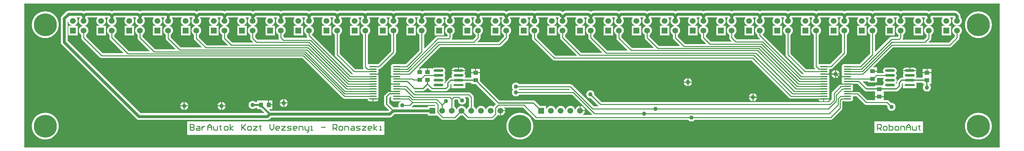
<source format=gtl>
%FSLAX25Y25*%
%MOIN*%
G70*
G01*
G75*
G04 Layer_Physical_Order=1*
G04 Layer_Color=255*
%ADD10R,0.03937X0.05118*%
%ADD11R,0.05118X0.03937*%
%ADD12O,0.10236X0.02362*%
%ADD13R,0.10236X0.02362*%
%ADD14R,0.07677X0.01378*%
%ADD15O,0.07677X0.01378*%
%ADD16C,0.01000*%
%ADD17C,0.01300*%
%ADD18C,0.03000*%
%ADD19C,0.02000*%
%ADD20R,0.05906X0.05906*%
%ADD21C,0.05906*%
%ADD22R,0.05906X0.05906*%
%ADD23C,0.05906*%
%ADD24C,0.04331*%
%ADD25C,0.23622*%
G36*
X1159500Y348000D02*
X155500D01*
Y497000D01*
X1159500D01*
Y348000D01*
D02*
G37*
%LPC*%
G36*
X977894Y397866D02*
X972630D01*
X972655Y397672D01*
X972923Y397026D01*
X973349Y396471D01*
X973904Y396045D01*
X974550Y395777D01*
X975244Y395686D01*
X977894D01*
Y397866D01*
D02*
G37*
G36*
X520158D02*
X514894D01*
Y395686D01*
X517543D01*
X518237Y395777D01*
X518884Y396045D01*
X519439Y396471D01*
X519865Y397026D01*
X520132Y397672D01*
X520158Y397866D01*
D02*
G37*
G36*
X905000Y399500D02*
X901396D01*
X901473Y398921D01*
X901889Y397915D01*
X902552Y397052D01*
X903415Y396389D01*
X904421Y395973D01*
X905000Y395896D01*
Y399500D01*
D02*
G37*
G36*
X984158Y397866D02*
X978894D01*
Y395686D01*
X981543D01*
X982237Y395777D01*
X982883Y396045D01*
X983439Y396471D01*
X983865Y397026D01*
X984132Y397672D01*
X984158Y397866D01*
D02*
G37*
G36*
X422000Y398104D02*
X421421Y398027D01*
X420415Y397611D01*
X419552Y396948D01*
X418889Y396085D01*
X418472Y395079D01*
X418396Y394500D01*
X422000D01*
Y398104D01*
D02*
G37*
G36*
X410874Y396528D02*
X407437D01*
Y392500D01*
X410874D01*
Y396528D01*
D02*
G37*
G36*
X513894Y397866D02*
X508630D01*
X508655Y397672D01*
X508923Y397026D01*
X509349Y396471D01*
X509904Y396045D01*
X510550Y395777D01*
X511244Y395686D01*
X513894D01*
Y397866D01*
D02*
G37*
G36*
X423000Y398104D02*
Y394500D01*
X426604D01*
X426528Y395079D01*
X426111Y396085D01*
X425448Y396948D01*
X424585Y397611D01*
X423579Y398027D01*
X423000Y398104D01*
D02*
G37*
G36*
X909604Y399500D02*
X906000D01*
Y395896D01*
X906579Y395973D01*
X907585Y396389D01*
X908448Y397052D01*
X909111Y397915D01*
X909527Y398921D01*
X909604Y399500D01*
D02*
G37*
G36*
X839000Y419604D02*
Y416000D01*
X842604D01*
X842527Y416579D01*
X842111Y417585D01*
X841448Y418448D01*
X840585Y419111D01*
X839579Y419527D01*
X839000Y419604D01*
D02*
G37*
G36*
X838000D02*
X837421Y419527D01*
X836415Y419111D01*
X835552Y418448D01*
X834889Y417585D01*
X834473Y416579D01*
X834396Y416000D01*
X838000D01*
Y419604D01*
D02*
G37*
G36*
X994560Y423457D02*
X990957D01*
Y419853D01*
X991536Y419929D01*
X992542Y420346D01*
X993405Y421008D01*
X994068Y421872D01*
X994484Y422878D01*
X994560Y423457D01*
D02*
G37*
G36*
X989957D02*
X986353D01*
X986429Y422878D01*
X986846Y421872D01*
X987508Y421008D01*
X988372Y420346D01*
X989377Y419929D01*
X989957Y419853D01*
Y423457D01*
D02*
G37*
G36*
X906000Y404104D02*
Y400500D01*
X909604D01*
X909527Y401079D01*
X909111Y402085D01*
X908448Y402948D01*
X907585Y403611D01*
X906579Y404027D01*
X906000Y404104D01*
D02*
G37*
G36*
X905000D02*
X904421Y404027D01*
X903415Y403611D01*
X902552Y402948D01*
X901889Y402085D01*
X901473Y401079D01*
X901396Y400500D01*
X905000D01*
Y404104D01*
D02*
G37*
G36*
X842604Y415000D02*
X839000D01*
Y411396D01*
X839579Y411473D01*
X840585Y411889D01*
X841448Y412552D01*
X842111Y413415D01*
X842527Y414421D01*
X842604Y415000D01*
D02*
G37*
G36*
X838000D02*
X834396D01*
X834473Y414421D01*
X834889Y413415D01*
X835552Y412552D01*
X836415Y411889D01*
X837421Y411473D01*
X838000Y411396D01*
Y415000D01*
D02*
G37*
G36*
X650398Y385500D02*
X646000D01*
Y381102D01*
X646785Y381205D01*
X647982Y381701D01*
X649010Y382490D01*
X649799Y383518D01*
X650295Y384715D01*
X650398Y385500D01*
D02*
G37*
G36*
X1080454Y374967D02*
X1030532D01*
Y363032D01*
X1080454D01*
Y374967D01*
D02*
G37*
G36*
X319500Y390500D02*
X315896D01*
X315973Y389921D01*
X316389Y388915D01*
X317052Y388052D01*
X317915Y387389D01*
X318921Y386973D01*
X319500Y386896D01*
Y390500D01*
D02*
G37*
G36*
X728000Y390898D02*
Y386500D01*
X732398D01*
X732295Y387285D01*
X731799Y388482D01*
X731010Y389510D01*
X729982Y390299D01*
X728785Y390795D01*
X728000Y390898D01*
D02*
G37*
G36*
X665500Y383822D02*
X663338Y383652D01*
X661229Y383146D01*
X659225Y382316D01*
X657376Y381182D01*
X655726Y379774D01*
X654318Y378124D01*
X653184Y376275D01*
X652354Y374271D01*
X651848Y372162D01*
X651678Y370000D01*
X651848Y367838D01*
X652354Y365729D01*
X653184Y363725D01*
X654318Y361876D01*
X655726Y360226D01*
X657376Y358818D01*
X659225Y357684D01*
X661229Y356854D01*
X663338Y356348D01*
X665500Y356178D01*
X667662Y356348D01*
X669771Y356854D01*
X671775Y357684D01*
X673624Y358818D01*
X675274Y360226D01*
X676682Y361876D01*
X677816Y363725D01*
X678646Y365729D01*
X679152Y367838D01*
X679322Y370000D01*
X679152Y372162D01*
X678646Y374271D01*
X677816Y376275D01*
X676682Y378124D01*
X675274Y379774D01*
X673624Y381182D01*
X671775Y382316D01*
X669771Y383146D01*
X667662Y383652D01*
X665500Y383822D01*
D02*
G37*
G36*
X177000D02*
X174838Y383652D01*
X172729Y383146D01*
X170725Y382316D01*
X168876Y381182D01*
X167226Y379774D01*
X165818Y378124D01*
X164684Y376275D01*
X163854Y374271D01*
X163348Y372162D01*
X163178Y370000D01*
X163348Y367838D01*
X163854Y365729D01*
X164684Y363725D01*
X165818Y361876D01*
X167226Y360226D01*
X168876Y358818D01*
X170725Y357684D01*
X172729Y356854D01*
X174838Y356348D01*
X177000Y356178D01*
X179162Y356348D01*
X181271Y356854D01*
X183275Y357684D01*
X185124Y358818D01*
X186774Y360226D01*
X188182Y361876D01*
X189316Y363725D01*
X190146Y365729D01*
X190652Y367838D01*
X190822Y370000D01*
X190652Y372162D01*
X190146Y374271D01*
X189316Y376275D01*
X188182Y378124D01*
X186774Y379774D01*
X185124Y381182D01*
X183275Y382316D01*
X181271Y383146D01*
X179162Y383652D01*
X177000Y383822D01*
D02*
G37*
G36*
X525905Y374967D02*
X323031D01*
Y361032D01*
X525905D01*
Y374967D01*
D02*
G37*
G36*
X1137500Y383822D02*
X1135338Y383652D01*
X1133229Y383146D01*
X1131225Y382316D01*
X1129376Y381182D01*
X1127726Y379774D01*
X1126318Y378124D01*
X1125184Y376275D01*
X1124354Y374271D01*
X1123848Y372162D01*
X1123678Y370000D01*
X1123848Y367838D01*
X1124354Y365729D01*
X1125184Y363725D01*
X1126318Y361876D01*
X1127726Y360226D01*
X1129376Y358818D01*
X1131225Y357684D01*
X1133229Y356854D01*
X1135338Y356348D01*
X1137500Y356178D01*
X1139662Y356348D01*
X1141771Y356854D01*
X1143775Y357684D01*
X1145624Y358818D01*
X1147274Y360226D01*
X1148682Y361876D01*
X1149816Y363725D01*
X1150646Y365729D01*
X1151152Y367838D01*
X1151322Y370000D01*
X1151152Y372162D01*
X1150646Y374271D01*
X1149816Y376275D01*
X1148682Y378124D01*
X1147274Y379774D01*
X1145624Y381182D01*
X1143775Y382316D01*
X1141771Y383146D01*
X1139662Y383652D01*
X1137500Y383822D01*
D02*
G37*
G36*
X324104Y390500D02*
X320500D01*
Y386896D01*
X321079Y386973D01*
X322085Y387389D01*
X322948Y388052D01*
X323611Y388915D01*
X324027Y389921D01*
X324104Y390500D01*
D02*
G37*
G36*
X320500Y395104D02*
Y391500D01*
X324104D01*
X324027Y392079D01*
X323611Y393085D01*
X322948Y393948D01*
X322085Y394611D01*
X321079Y395027D01*
X320500Y395104D01*
D02*
G37*
G36*
X319500D02*
X318921Y395027D01*
X317915Y394611D01*
X317052Y393948D01*
X316389Y393085D01*
X315973Y392079D01*
X315896Y391500D01*
X319500D01*
Y395104D01*
D02*
G37*
G36*
X359000D02*
Y391500D01*
X362604D01*
X362527Y392079D01*
X362111Y393085D01*
X361448Y393948D01*
X360585Y394611D01*
X359579Y395027D01*
X359000Y395104D01*
D02*
G37*
G36*
X358000D02*
X357421Y395027D01*
X356415Y394611D01*
X355552Y393948D01*
X354889Y393085D01*
X354473Y392079D01*
X354396Y391500D01*
X358000D01*
Y395104D01*
D02*
G37*
G36*
X362604Y390500D02*
X359000D01*
Y386896D01*
X359579Y386973D01*
X360585Y387389D01*
X361448Y388052D01*
X362111Y388915D01*
X362527Y389921D01*
X362604Y390500D01*
D02*
G37*
G36*
X358000D02*
X354396D01*
X354473Y389921D01*
X354889Y388915D01*
X355552Y388052D01*
X356415Y387389D01*
X357421Y386973D01*
X358000Y386896D01*
Y390500D01*
D02*
G37*
G36*
X426604Y393500D02*
X423000D01*
Y389896D01*
X423579Y389973D01*
X424585Y390389D01*
X425448Y391052D01*
X426111Y391915D01*
X426528Y392921D01*
X426604Y393500D01*
D02*
G37*
G36*
X422000D02*
X418396D01*
X418472Y392921D01*
X418889Y391915D01*
X419552Y391052D01*
X420415Y390389D01*
X421421Y389973D01*
X422000Y389896D01*
Y393500D01*
D02*
G37*
G36*
X1066236Y430677D02*
X1062799D01*
X1061977Y430569D01*
X1061211Y430251D01*
X1060553Y429746D01*
X1060048Y429088D01*
X1059731Y428322D01*
X1059688Y428000D01*
X1066236D01*
Y430677D01*
D02*
G37*
G36*
X606173D02*
X602736D01*
Y428000D01*
X609284D01*
X609242Y428322D01*
X608924Y429088D01*
X608420Y429746D01*
X607762Y430251D01*
X606995Y430569D01*
X606173Y430677D01*
D02*
G37*
G36*
X601736D02*
X598299D01*
X597477Y430569D01*
X596711Y430251D01*
X596053Y429746D01*
X595548Y429088D01*
X595231Y428322D01*
X595188Y428000D01*
X601736D01*
Y430677D01*
D02*
G37*
G36*
X1137500Y488822D02*
X1135338Y488652D01*
X1133229Y488146D01*
X1131225Y487316D01*
X1129376Y486182D01*
X1127726Y484774D01*
X1126318Y483124D01*
X1125184Y481275D01*
X1124354Y479271D01*
X1123848Y477162D01*
X1123678Y475000D01*
X1123848Y472838D01*
X1124354Y470729D01*
X1125184Y468725D01*
X1126318Y466876D01*
X1127726Y465226D01*
X1129376Y463818D01*
X1131225Y462684D01*
X1133229Y461854D01*
X1135338Y461348D01*
X1137500Y461178D01*
X1139662Y461348D01*
X1141771Y461854D01*
X1143775Y462684D01*
X1145624Y463818D01*
X1147274Y465226D01*
X1148682Y466876D01*
X1149816Y468725D01*
X1150646Y470729D01*
X1151152Y472838D01*
X1151322Y475000D01*
X1151152Y477162D01*
X1150646Y479271D01*
X1149816Y481275D01*
X1148682Y483124D01*
X1147274Y484774D01*
X1145624Y486182D01*
X1143775Y487316D01*
X1141771Y488146D01*
X1139662Y488652D01*
X1137500Y488822D01*
D02*
G37*
G36*
X177000D02*
X174838Y488652D01*
X172729Y488146D01*
X170725Y487316D01*
X168876Y486182D01*
X167226Y484774D01*
X165818Y483124D01*
X164684Y481275D01*
X163854Y479271D01*
X163348Y477162D01*
X163178Y475000D01*
X163348Y472838D01*
X163854Y470729D01*
X164684Y468725D01*
X165818Y466876D01*
X167226Y465226D01*
X168876Y463818D01*
X170725Y462684D01*
X172729Y461854D01*
X174838Y461348D01*
X177000Y461178D01*
X179162Y461348D01*
X181271Y461854D01*
X183275Y462684D01*
X185124Y463818D01*
X186774Y465226D01*
X188182Y466876D01*
X189316Y468725D01*
X190146Y470729D01*
X190652Y472838D01*
X190822Y475000D01*
X190652Y477162D01*
X190146Y479271D01*
X189316Y481275D01*
X188182Y483124D01*
X186774Y484774D01*
X185124Y486182D01*
X183275Y487316D01*
X181271Y488146D01*
X179162Y488652D01*
X177000Y488822D01*
D02*
G37*
G36*
X1070673Y430677D02*
X1067236D01*
Y428000D01*
X1073784D01*
X1073742Y428322D01*
X1073424Y429088D01*
X1072919Y429746D01*
X1072262Y430251D01*
X1071495Y430569D01*
X1070673Y430677D01*
D02*
G37*
G36*
X1089028Y429374D02*
X1085000D01*
Y425937D01*
X1089028D01*
Y429374D01*
D02*
G37*
G36*
X619500D02*
X615473D01*
Y425937D01*
X619500D01*
Y429374D01*
D02*
G37*
G36*
X624528D02*
X620500D01*
Y425937D01*
X624528D01*
Y429374D01*
D02*
G37*
G36*
X989957Y428060D02*
X989377Y427984D01*
X988372Y427568D01*
X987508Y426905D01*
X986846Y426041D01*
X986429Y425036D01*
X986353Y424457D01*
X989957D01*
Y428060D01*
D02*
G37*
G36*
X990957D02*
Y424457D01*
X994560D01*
X994484Y425036D01*
X994068Y426041D01*
X993405Y426905D01*
X992542Y427568D01*
X991536Y427984D01*
X990957Y428060D01*
D02*
G37*
G36*
X1084000Y429374D02*
X1079972D01*
Y425937D01*
X1084000D01*
Y429374D01*
D02*
G37*
G36*
X1084500Y489498D02*
X1059524D01*
X1058724Y489393D01*
X1058618Y489379D01*
X1058371Y489277D01*
X1057774Y489030D01*
X1057512Y488828D01*
X1057249Y489030D01*
X1057002Y489132D01*
X1056406Y489379D01*
X1055953Y489439D01*
X1055500Y489498D01*
X1030524D01*
X1029723Y489393D01*
X1029618Y489379D01*
X1029371Y489277D01*
X1028774Y489030D01*
X1028508Y488826D01*
X1028273Y489006D01*
X1028026Y489109D01*
X1027429Y489356D01*
X1026976Y489415D01*
X1026524Y489475D01*
X1001500D01*
X1000595Y489356D01*
X999998Y489109D01*
X999751Y489006D01*
X999515Y488826D01*
X999249Y489030D01*
X999002Y489132D01*
X998405Y489379D01*
X997953Y489439D01*
X997500Y489498D01*
X972524D01*
X971723Y489393D01*
X971618Y489379D01*
X971371Y489277D01*
X970774Y489030D01*
X970508Y488826D01*
X970273Y489006D01*
X970026Y489109D01*
X969429Y489356D01*
X968976Y489415D01*
X968524Y489475D01*
X943500D01*
X942595Y489356D01*
X941998Y489109D01*
X941751Y489006D01*
X941512Y488823D01*
X941273Y489006D01*
X941026Y489109D01*
X940429Y489356D01*
X939976Y489415D01*
X939524Y489475D01*
X914500D01*
X913595Y489356D01*
X912998Y489109D01*
X912751Y489006D01*
X912512Y488823D01*
X912273Y489006D01*
X912026Y489109D01*
X911429Y489356D01*
X910976Y489415D01*
X910524Y489475D01*
X885500D01*
X884595Y489356D01*
X883998Y489109D01*
X883751Y489006D01*
X883512Y488823D01*
X883273Y489006D01*
X883026Y489109D01*
X882429Y489356D01*
X881976Y489415D01*
X881524Y489475D01*
X856500D01*
X855595Y489356D01*
X854998Y489109D01*
X854751Y489006D01*
X854512Y488823D01*
X854273Y489006D01*
X854026Y489109D01*
X853429Y489356D01*
X852976Y489415D01*
X852524Y489475D01*
X827500D01*
X826595Y489356D01*
X825998Y489109D01*
X825751Y489006D01*
X825515Y488826D01*
X825249Y489030D01*
X825002Y489132D01*
X824405Y489379D01*
X823953Y489439D01*
X823500Y489498D01*
X798500D01*
X797594Y489379D01*
X796998Y489132D01*
X796751Y489030D01*
X796496Y488835D01*
X796273Y489006D01*
X796026Y489109D01*
X795429Y489356D01*
X794976Y489415D01*
X794524Y489475D01*
X769500D01*
X768595Y489356D01*
X767998Y489109D01*
X767751Y489006D01*
X767515Y488826D01*
X767249Y489030D01*
X767002Y489132D01*
X766405Y489379D01*
X765953Y489439D01*
X765500Y489498D01*
X741024D01*
X740571Y489439D01*
X740118Y489379D01*
X739522Y489132D01*
X739274Y489030D01*
X738550Y488474D01*
X738512Y488436D01*
X738497Y488450D01*
X737773Y489006D01*
X737526Y489109D01*
X736929Y489356D01*
X736476Y489415D01*
X736024Y489475D01*
X712500D01*
X711700Y489369D01*
X711594Y489356D01*
X711403Y489276D01*
X710751Y489006D01*
X710246Y488619D01*
X710026Y488450D01*
X709762Y488186D01*
X709262D01*
X708974Y488474D01*
X708249Y489030D01*
X708002Y489132D01*
X707406Y489379D01*
X706953Y489439D01*
X706500Y489498D01*
X682024D01*
X681118Y489379D01*
X680495Y489121D01*
X679929Y489356D01*
X679476Y489415D01*
X679024Y489475D01*
X654000D01*
X653094Y489356D01*
X652251Y489006D01*
X651936Y488765D01*
X651526Y488450D01*
X651512Y488436D01*
X651497Y488450D01*
X650773Y489006D01*
X650526Y489109D01*
X649929Y489356D01*
X649476Y489415D01*
X649024Y489475D01*
X624500D01*
X623595Y489356D01*
X622998Y489109D01*
X622751Y489006D01*
X622515Y488826D01*
X622249Y489030D01*
X622002Y489132D01*
X621406Y489379D01*
X620953Y489439D01*
X620500Y489498D01*
X595524D01*
X594724Y489393D01*
X594618Y489379D01*
X594371Y489277D01*
X593774Y489030D01*
X593512Y488828D01*
X593249Y489030D01*
X593002Y489132D01*
X592406Y489379D01*
X591953Y489439D01*
X591500Y489498D01*
X567000D01*
X566094Y489379D01*
X565251Y489030D01*
X564996Y488835D01*
X564773Y489006D01*
X564526Y489109D01*
X563929Y489356D01*
X563476Y489415D01*
X563024Y489475D01*
X537500D01*
X536594Y489356D01*
X535998Y489109D01*
X535751Y489006D01*
X535515Y488826D01*
X535249Y489030D01*
X535002Y489132D01*
X534406Y489379D01*
X533953Y489439D01*
X533500Y489498D01*
X508000D01*
X507547Y489439D01*
X507094Y489379D01*
X506498Y489132D01*
X506251Y489030D01*
X506250Y489029D01*
X506249Y489030D01*
X506002Y489132D01*
X505406Y489379D01*
X504953Y489439D01*
X504500Y489498D01*
X479500D01*
X478594Y489379D01*
X477998Y489132D01*
X477751Y489030D01*
X477496Y488835D01*
X477273Y489006D01*
X477026Y489109D01*
X476429Y489356D01*
X475976Y489415D01*
X475524Y489475D01*
X450500D01*
X449594Y489356D01*
X448998Y489109D01*
X448751Y489006D01*
X448512Y488823D01*
X448273Y489006D01*
X448026Y489109D01*
X447429Y489356D01*
X446976Y489415D01*
X446524Y489475D01*
X421500D01*
X420595Y489356D01*
X419998Y489109D01*
X419751Y489006D01*
X419515Y488826D01*
X419249Y489030D01*
X419002Y489132D01*
X418405Y489379D01*
X417953Y489439D01*
X417500Y489498D01*
X393000D01*
X392200Y489393D01*
X392094Y489379D01*
X391847Y489277D01*
X391251Y489030D01*
X390841Y488715D01*
X390746Y488643D01*
X390273Y489006D01*
X390026Y489109D01*
X389429Y489356D01*
X388976Y489415D01*
X388524Y489475D01*
X363500D01*
X362595Y489356D01*
X361998Y489109D01*
X361751Y489006D01*
X361515Y488826D01*
X361249Y489030D01*
X361002Y489132D01*
X360405Y489379D01*
X359953Y489439D01*
X359500Y489498D01*
X335000D01*
X334200Y489393D01*
X334095Y489379D01*
X333847Y489277D01*
X333251Y489030D01*
X332841Y488715D01*
X332746Y488643D01*
X332273Y489006D01*
X332026Y489109D01*
X331429Y489356D01*
X330976Y489415D01*
X330524Y489475D01*
X305000D01*
X304200Y489369D01*
X304095Y489356D01*
X303903Y489276D01*
X303512Y489114D01*
X302929Y489356D01*
X302476Y489415D01*
X302024Y489475D01*
X276500D01*
X275594Y489356D01*
X274998Y489109D01*
X274751Y489006D01*
X274512Y488823D01*
X274273Y489006D01*
X274026Y489109D01*
X273429Y489356D01*
X272976Y489415D01*
X272524Y489475D01*
X247500D01*
X246595Y489356D01*
X245998Y489109D01*
X245751Y489006D01*
X245512Y488823D01*
X245273Y489006D01*
X245026Y489109D01*
X244429Y489356D01*
X243976Y489415D01*
X243524Y489475D01*
X218500D01*
X217595Y489356D01*
X216998Y489109D01*
X216751Y489006D01*
X216514Y488824D01*
X216261Y489018D01*
X216014Y489120D01*
X215417Y489367D01*
X214965Y489427D01*
X214512Y489487D01*
X201000D01*
X200200Y489381D01*
X200095Y489367D01*
X199903Y489288D01*
X199251Y489018D01*
X198746Y488630D01*
X198526Y488462D01*
X194077Y484013D01*
X194026Y483974D01*
X193470Y483249D01*
X193121Y482406D01*
X193002Y481500D01*
Y457000D01*
X193061Y456547D01*
X193121Y456095D01*
X193368Y455498D01*
X193470Y455251D01*
X194026Y454526D01*
X271026Y377526D01*
X271341Y377285D01*
X271751Y376970D01*
X272594Y376621D01*
X273500Y376502D01*
X405500D01*
X405953Y376561D01*
X406405Y376621D01*
X407002Y376868D01*
X407249Y376970D01*
X407974Y377526D01*
X407974Y377526D01*
X407974Y377526D01*
X409449Y379002D01*
X531500D01*
X531953Y379061D01*
X532406Y379121D01*
X533002Y379368D01*
X533249Y379470D01*
X533974Y380026D01*
X536449Y382502D01*
X570579D01*
Y381079D01*
X580421D01*
X580421Y381079D01*
Y381079D01*
X580523Y381121D01*
X584423Y377220D01*
X585240Y376675D01*
X586203Y376483D01*
X598500D01*
X599463Y376675D01*
X600280Y377220D01*
X604259Y381200D01*
X605500Y381036D01*
X606741Y381200D01*
X610720Y377220D01*
X610720Y377220D01*
X610720D01*
X610720Y377220D01*
X610720D01*
X610720Y377220D01*
Y377220D01*
Y377220D01*
D01*
D01*
X610720D01*
Y377220D01*
X611537Y376675D01*
X612500Y376483D01*
X637000D01*
X637963Y376675D01*
X638780Y377220D01*
X642280Y380720D01*
X642825Y381537D01*
X643960Y381311D01*
X644215Y381205D01*
X645000Y381102D01*
Y386001D01*
X645499D01*
Y386500D01*
X650398D01*
X650295Y387285D01*
X649799Y388482D01*
X649490Y388885D01*
X649711Y389333D01*
X668608D01*
X680720Y377220D01*
X681537Y376675D01*
X682500Y376483D01*
X838721D01*
X839052Y376052D01*
X839915Y375389D01*
X840921Y374973D01*
X842000Y374831D01*
X843079Y374973D01*
X844085Y375389D01*
X844948Y376052D01*
X845279Y376483D01*
X985000D01*
X985116Y376506D01*
X985232Y376483D01*
X986195Y376675D01*
X987012Y377220D01*
X996780Y386988D01*
X997325Y387805D01*
X997517Y388768D01*
X997517Y388768D01*
X997517Y388768D01*
Y388768D01*
Y395690D01*
X997676Y395849D01*
X998589D01*
X998763Y395777D01*
X999457Y395686D01*
X1005756D01*
X1006450Y395777D01*
X1007096Y396045D01*
X1007651Y396471D01*
X1008077Y397026D01*
X1008345Y397672D01*
X1008436Y398366D01*
X1008345Y399060D01*
X1008102Y399646D01*
X1008345Y400232D01*
X1008436Y400925D01*
X1008473Y400967D01*
X1011973D01*
X1020220Y392720D01*
X1021037Y392175D01*
X1022000Y391983D01*
X1042457D01*
X1043902Y390539D01*
X1043830Y390000D01*
X1043973Y388921D01*
X1044389Y387915D01*
X1045052Y387052D01*
X1045915Y386389D01*
X1046921Y385973D01*
X1048000Y385830D01*
X1049079Y385973D01*
X1050085Y386389D01*
X1050948Y387052D01*
X1051611Y387915D01*
X1052027Y388921D01*
X1052170Y390000D01*
X1052027Y391079D01*
X1051611Y392085D01*
X1050948Y392948D01*
X1050085Y393611D01*
X1049079Y394027D01*
X1048000Y394169D01*
X1047461Y394098D01*
X1045280Y396280D01*
X1044463Y396825D01*
X1043500Y397017D01*
X1040028D01*
Y400063D01*
X1030972D01*
Y397017D01*
X1023042D01*
X1014795Y405264D01*
X1013979Y405809D01*
X1013016Y406001D01*
X1008473D01*
X1008436Y406043D01*
X1008431Y406001D01*
X1006624D01*
X1006523Y406043D01*
X1007096Y406281D01*
X1007438Y406543D01*
X1008370D01*
X1008345Y406737D01*
X1008102Y407323D01*
X1008345Y407909D01*
X1008436Y408602D01*
X1008345Y409296D01*
X1008102Y409882D01*
X1008345Y410468D01*
X1008436Y411161D01*
X1008345Y411855D01*
X1008102Y412441D01*
X1008345Y413027D01*
X1008370Y413221D01*
X1007438D01*
X1007096Y413483D01*
X1006721Y413638D01*
X1008426D01*
X1008426Y413638D01*
X1013406D01*
X1020349Y406695D01*
X1020896Y406276D01*
X1021533Y406012D01*
X1022217Y405922D01*
X1030972D01*
Y404500D01*
D01*
X1030972Y404500D01*
X1030972Y404500D01*
D01*
D01*
Y404500D01*
X1030972D01*
D01*
Y401063D01*
X1040028D01*
Y404500D01*
D01*
Y404500D01*
X1040028Y404500D01*
Y404500D01*
X1040028D01*
X1040028D01*
Y405922D01*
X1053063D01*
X1053747Y406012D01*
X1054383Y406276D01*
X1054930Y406696D01*
X1054930Y406695D01*
X1054930Y406696D01*
X1057868Y409632D01*
X1058287Y410179D01*
X1058551Y410816D01*
X1058641Y411500D01*
X1058641Y411500D01*
X1058641Y411500D01*
Y411500D01*
Y413906D01*
X1059188Y414453D01*
X1059650Y414261D01*
Y409350D01*
X1073823D01*
Y414859D01*
X1079972D01*
Y413626D01*
X1081657D01*
X1081818Y413153D01*
X1081552Y412948D01*
X1080889Y412085D01*
X1080473Y411079D01*
X1080330Y410000D01*
X1080473Y408921D01*
X1080889Y407915D01*
X1081552Y407052D01*
X1082415Y406389D01*
X1083421Y405973D01*
X1084500Y405830D01*
X1085579Y405973D01*
X1086585Y406389D01*
X1087448Y407052D01*
X1088111Y407915D01*
X1088527Y408921D01*
X1088669Y410000D01*
X1088527Y411079D01*
X1088111Y412085D01*
X1087448Y412948D01*
X1087141Y413184D01*
Y413626D01*
X1089028D01*
Y421146D01*
X1089028Y421146D01*
X1089028D01*
X1089028Y421500D01*
Y421500D01*
Y421500D01*
X1089028Y421853D01*
X1089028Y421854D01*
X1089028D01*
Y424937D01*
X1079972D01*
Y421854D01*
X1079972Y421853D01*
X1079972D01*
X1079972Y421500D01*
X1079972Y421500D01*
D01*
D01*
Y421500D01*
X1079972D01*
D01*
Y420141D01*
X1073398D01*
X1073177Y420589D01*
X1073424Y420912D01*
X1073742Y421678D01*
X1073850Y422500D01*
X1073742Y423322D01*
X1073424Y424088D01*
X1072919Y424746D01*
X1072915Y424750D01*
Y425250D01*
X1072919Y425254D01*
X1073424Y425912D01*
X1073742Y426678D01*
X1073784Y427000D01*
X1059688D01*
X1059731Y426678D01*
X1060048Y425912D01*
X1060553Y425254D01*
X1060558Y425250D01*
Y424750D01*
X1060553Y424746D01*
X1060048Y424088D01*
X1059731Y423322D01*
X1059622Y422500D01*
X1059731Y421678D01*
X1060048Y420912D01*
X1060295Y420589D01*
X1060074Y420141D01*
X1058500D01*
X1057816Y420051D01*
X1057179Y419787D01*
X1056633Y419368D01*
X1054132Y416867D01*
X1053713Y416321D01*
X1053603Y416057D01*
X1053449Y415684D01*
X1053359Y415000D01*
Y414336D01*
X1052885Y414175D01*
X1052447Y414746D01*
X1052442Y414750D01*
Y415250D01*
X1052447Y415254D01*
X1052952Y415912D01*
X1053269Y416678D01*
X1053378Y417500D01*
X1053269Y418322D01*
X1052952Y419088D01*
X1052447Y419746D01*
X1052442Y419750D01*
Y420250D01*
X1052447Y420254D01*
X1052952Y420912D01*
X1053269Y421678D01*
X1053378Y422500D01*
X1053269Y423322D01*
X1052952Y424088D01*
X1052447Y424746D01*
X1052442Y424750D01*
Y425250D01*
X1052447Y425254D01*
X1052952Y425912D01*
X1053269Y426678D01*
X1053378Y427500D01*
X1053269Y428322D01*
X1052952Y429088D01*
X1052447Y429746D01*
X1051789Y430251D01*
X1051023Y430569D01*
X1050201Y430677D01*
X1042327D01*
X1041505Y430569D01*
X1040738Y430251D01*
X1040081Y429746D01*
X1039576Y429088D01*
X1039258Y428322D01*
X1039150Y427500D01*
X1039258Y426678D01*
X1039576Y425912D01*
X1039918Y425465D01*
X1039697Y425017D01*
X1033027D01*
Y426437D01*
X1028499D01*
Y427437D01*
X1033027D01*
Y430874D01*
X1029587D01*
X1029395Y431336D01*
X1049543Y451483D01*
X1108000D01*
X1108963Y451675D01*
X1109780Y452220D01*
X1109780Y452220D01*
X1109780Y452220D01*
X1117292Y459732D01*
X1117837Y460549D01*
X1118029Y461512D01*
X1118029Y461512D01*
X1118029Y461512D01*
Y461512D01*
Y464728D01*
X1119022Y465490D01*
X1119810Y466518D01*
X1120306Y467715D01*
X1120475Y469000D01*
X1120306Y470285D01*
X1119810Y471482D01*
X1119022Y472510D01*
X1117994Y473299D01*
X1116796Y473795D01*
X1115512Y473964D01*
X1114227Y473795D01*
X1113030Y473299D01*
X1112002Y472510D01*
X1111213Y471482D01*
X1110717Y470285D01*
X1110548Y469000D01*
X1110717Y467715D01*
X1111213Y466518D01*
X1112002Y465490D01*
X1112995Y464728D01*
Y462554D01*
X1106958Y456517D01*
X1086230D01*
X1086038Y456979D01*
X1088291Y459232D01*
X1088837Y460049D01*
X1089029Y461012D01*
X1089029Y461012D01*
X1089029Y461012D01*
Y461012D01*
Y464728D01*
X1090022Y465490D01*
X1090810Y466518D01*
X1091306Y467715D01*
X1091475Y469000D01*
X1091306Y470285D01*
X1090810Y471482D01*
X1090022Y472510D01*
X1088994Y473299D01*
X1087796Y473795D01*
X1086512Y473964D01*
X1085227Y473795D01*
X1084030Y473299D01*
X1083002Y472510D01*
X1082213Y471482D01*
X1081717Y470285D01*
X1081548Y469000D01*
X1081717Y467715D01*
X1082213Y466518D01*
X1083002Y465490D01*
X1083995Y464728D01*
Y462054D01*
X1081473Y459533D01*
X1059688D01*
X1059453Y459974D01*
X1059837Y460549D01*
X1060029Y461512D01*
X1060029Y461512D01*
X1060029Y461512D01*
Y461512D01*
Y464728D01*
X1061022Y465490D01*
X1061810Y466518D01*
X1062306Y467715D01*
X1062475Y469000D01*
X1062306Y470285D01*
X1061810Y471482D01*
X1061022Y472510D01*
X1059994Y473299D01*
X1058797Y473795D01*
X1057512Y473964D01*
X1056227Y473795D01*
X1055030Y473299D01*
X1054002Y472510D01*
X1053213Y471482D01*
X1052717Y470285D01*
X1052548Y469000D01*
X1052717Y467715D01*
X1053213Y466518D01*
X1054002Y465490D01*
X1054995Y464728D01*
Y462554D01*
X1054957Y462517D01*
X1047925D01*
X1046962Y462325D01*
X1046146Y461780D01*
X1031491Y447125D01*
X1031029Y447316D01*
Y464728D01*
X1032022Y465490D01*
X1032810Y466518D01*
X1033306Y467715D01*
X1033475Y469000D01*
X1033306Y470285D01*
X1032810Y471482D01*
X1032022Y472510D01*
X1030994Y473299D01*
X1029797Y473795D01*
X1028512Y473964D01*
X1027227Y473795D01*
X1026030Y473299D01*
X1025002Y472510D01*
X1024213Y471482D01*
X1023717Y470285D01*
X1023548Y469000D01*
X1023717Y467715D01*
X1024213Y466518D01*
X1025002Y465490D01*
X1025995Y464728D01*
Y445054D01*
X1015091Y434151D01*
X1006624D01*
X1006450Y434223D01*
X1005756Y434314D01*
X999457D01*
X998763Y434223D01*
X998116Y433955D01*
X997561Y433529D01*
X997135Y432974D01*
X996868Y432328D01*
X996776Y431634D01*
X996868Y430940D01*
X997110Y430354D01*
X996868Y429769D01*
X996776Y429075D01*
X996868Y428381D01*
X997110Y427795D01*
X996868Y427210D01*
X996776Y426516D01*
X996868Y425822D01*
X997110Y425236D01*
X996868Y424650D01*
X996776Y423957D01*
X996868Y423263D01*
X997110Y422677D01*
X996868Y422091D01*
X996842Y421898D01*
X997774D01*
X998116Y421635D01*
X998690Y421398D01*
X998116Y421160D01*
X997774Y420898D01*
X996842D01*
X996868Y420704D01*
X997110Y420118D01*
X996868Y419532D01*
X996776Y418839D01*
X996868Y418145D01*
X997110Y417559D01*
X996868Y416973D01*
X996776Y416280D01*
X996868Y415586D01*
X997110Y415000D01*
X996868Y414414D01*
X996842Y414221D01*
X997774D01*
X998116Y413958D01*
X998690Y413721D01*
X998589Y413679D01*
X996782D01*
X996776Y413720D01*
X996739Y413678D01*
X996161D01*
X995198Y413487D01*
X994382Y412941D01*
X987139Y405698D01*
X986594Y404882D01*
X986402Y403919D01*
Y397790D01*
X983629Y395017D01*
X749543D01*
X742099Y402461D01*
X742170Y403000D01*
X742028Y404079D01*
X741611Y405085D01*
X740948Y405948D01*
X740085Y406611D01*
X739079Y407027D01*
X738000Y407169D01*
X736921Y407027D01*
X735915Y406611D01*
X735052Y405948D01*
X734389Y405085D01*
X733973Y404079D01*
X733830Y403000D01*
X733973Y401921D01*
X734389Y400915D01*
X735052Y400052D01*
X735915Y399389D01*
X736921Y398973D01*
X738000Y398831D01*
X738539Y398902D01*
X746462Y390979D01*
X746271Y390517D01*
X741542D01*
X719280Y412780D01*
X718463Y413325D01*
X717500Y413517D01*
X664779D01*
X664448Y413948D01*
X663585Y414611D01*
X662579Y415028D01*
X661500Y415169D01*
X660421Y415028D01*
X659415Y414611D01*
X658552Y413948D01*
X657889Y413085D01*
X657473Y412079D01*
X657331Y411000D01*
X657473Y409921D01*
X657889Y408915D01*
X658552Y408052D01*
Y407948D01*
X657889Y407085D01*
X657473Y406079D01*
X657331Y405000D01*
X657473Y403921D01*
X657889Y402915D01*
X658552Y402052D01*
X659415Y401389D01*
X660421Y400973D01*
X661500Y400831D01*
X662579Y400973D01*
X663585Y401389D01*
X664448Y402052D01*
X664779Y402483D01*
X719473D01*
X739978Y381979D01*
X739786Y381517D01*
X730519D01*
X730359Y381990D01*
X731010Y382490D01*
X731799Y383518D01*
X732295Y384715D01*
X732398Y385500D01*
X727499D01*
Y385999D01*
X727000D01*
Y390898D01*
X726215Y390795D01*
X725018Y390299D01*
X723990Y389510D01*
X723201Y388482D01*
X722750Y387392D01*
X722705D01*
Y387392D01*
D01*
D01*
X722705D01*
X722434D01*
X722180Y387562D01*
X721799Y388482D01*
X721010Y389510D01*
X719982Y390299D01*
X718785Y390795D01*
X717500Y390964D01*
X716215Y390795D01*
X715018Y390299D01*
X713990Y389510D01*
X713201Y388482D01*
X712750Y387392D01*
X712705D01*
Y387392D01*
D01*
D01*
X712705D01*
X712434D01*
X712180Y387562D01*
X711799Y388482D01*
X711010Y389510D01*
X709982Y390299D01*
X708785Y390795D01*
X707500Y390964D01*
X706215Y390795D01*
X705018Y390299D01*
X703990Y389510D01*
X703201Y388482D01*
X702750Y387392D01*
X702705D01*
Y387392D01*
D01*
D01*
X702705D01*
X702434D01*
X702179Y387562D01*
X701799Y388482D01*
X701010Y389510D01*
X699982Y390299D01*
X698785Y390795D01*
X697500Y390964D01*
X696215Y390795D01*
X695018Y390299D01*
X693990Y389510D01*
X693201Y388482D01*
X692912Y387783D01*
X692421Y387880D01*
Y390921D01*
X686314D01*
X681367Y395867D01*
X680821Y396287D01*
X680557Y396396D01*
X680184Y396551D01*
X679500Y396641D01*
X644531D01*
X624528Y416644D01*
Y421146D01*
X624528Y421146D01*
X624528D01*
X624528Y421500D01*
Y421500D01*
Y421500D01*
X624528Y421853D01*
X624528Y421854D01*
X624528D01*
Y424937D01*
X615473D01*
Y421854D01*
X615472Y421853D01*
X615473D01*
X615472Y421500D01*
X615472Y421500D01*
D01*
D01*
Y421500D01*
X615473D01*
D01*
Y420141D01*
X608898D01*
X608677Y420589D01*
X608924Y420912D01*
X609242Y421678D01*
X609350Y422500D01*
X609242Y423322D01*
X608924Y424088D01*
X608420Y424746D01*
X608415Y424750D01*
Y425250D01*
X608420Y425254D01*
X608924Y425912D01*
X609242Y426678D01*
X609284Y427000D01*
X595188D01*
X595231Y426678D01*
X595548Y425912D01*
X596053Y425254D01*
X596058Y425250D01*
Y424750D01*
X596053Y424746D01*
X595548Y424088D01*
X595231Y423322D01*
X595122Y422500D01*
X595231Y421678D01*
X595548Y420912D01*
X595795Y420589D01*
X595574Y420141D01*
X594500D01*
X593816Y420051D01*
X593443Y419897D01*
X593179Y419787D01*
X592632Y419368D01*
X589633Y416367D01*
X589213Y415821D01*
X589104Y415557D01*
X588949Y415184D01*
X588859Y414500D01*
Y414336D01*
X588385Y414175D01*
X587947Y414746D01*
X587942Y414750D01*
Y415250D01*
X587947Y415254D01*
X588452Y415912D01*
X588769Y416678D01*
X588878Y417500D01*
X588769Y418322D01*
X588452Y419088D01*
X587947Y419746D01*
X587942Y419750D01*
Y420250D01*
X587947Y420254D01*
X588452Y420912D01*
X588769Y421678D01*
X588878Y422500D01*
X588769Y423322D01*
X588452Y424088D01*
X587947Y424746D01*
X587942Y424750D01*
Y425250D01*
X587947Y425254D01*
X588452Y425912D01*
X588769Y426678D01*
X588878Y427500D01*
X588769Y428322D01*
X588452Y429088D01*
X587947Y429746D01*
X587289Y430251D01*
X586523Y430569D01*
X585701Y430677D01*
X577827D01*
X577005Y430569D01*
X576238Y430251D01*
X575581Y429746D01*
X575501Y429643D01*
X575028Y429804D01*
Y429874D01*
X571000D01*
Y425936D01*
X570000D01*
Y429874D01*
X563000D01*
Y425936D01*
X562000D01*
Y429874D01*
X561871D01*
X561680Y430336D01*
X576910Y445566D01*
X576928Y445578D01*
X583333Y451983D01*
X644500D01*
X645463Y452175D01*
X646280Y452720D01*
X646280Y452720D01*
X646280Y452720D01*
X653292Y459732D01*
X653837Y460549D01*
X654029Y461512D01*
X654029Y461512D01*
X654029Y461512D01*
Y461512D01*
Y464728D01*
X655022Y465490D01*
X655810Y466518D01*
X656306Y467715D01*
X656475Y469000D01*
X656306Y470285D01*
X655810Y471482D01*
X655022Y472510D01*
X653994Y473299D01*
X652797Y473795D01*
X651512Y473964D01*
X650227Y473795D01*
X649030Y473299D01*
X648002Y472510D01*
X647213Y471482D01*
X646717Y470285D01*
X646548Y469000D01*
X646717Y467715D01*
X647213Y466518D01*
X648002Y465490D01*
X648995Y464728D01*
Y462554D01*
X643458Y457017D01*
X622229D01*
X622038Y457479D01*
X624292Y459732D01*
X624292Y459732D01*
X624292Y459732D01*
X624837Y460549D01*
X625029Y461512D01*
Y464728D01*
X626022Y465490D01*
X626811Y466518D01*
X627306Y467715D01*
X627476Y469000D01*
X627306Y470285D01*
X626811Y471482D01*
X626022Y472510D01*
X624994Y473299D01*
X623797Y473795D01*
X622512Y473964D01*
X621227Y473795D01*
X620030Y473299D01*
X619002Y472510D01*
X618213Y471482D01*
X617717Y470285D01*
X617548Y469000D01*
X617717Y467715D01*
X618213Y466518D01*
X619002Y465490D01*
X619995Y464728D01*
Y462554D01*
X616973Y459533D01*
X595688D01*
X595453Y459974D01*
X595837Y460549D01*
X596029Y461512D01*
X596029Y461512D01*
X596029Y461512D01*
Y461512D01*
Y464728D01*
X597022Y465490D01*
X597811Y466518D01*
X598306Y467715D01*
X598476Y469000D01*
X598306Y470285D01*
X597811Y471482D01*
X597022Y472510D01*
X595994Y473299D01*
X594797Y473795D01*
X593512Y473964D01*
X592227Y473795D01*
X591030Y473299D01*
X590002Y472510D01*
X589213Y471482D01*
X588717Y470285D01*
X588548Y469000D01*
X588717Y467715D01*
X589213Y466518D01*
X590002Y465490D01*
X590995Y464728D01*
Y463017D01*
X581000D01*
X580037Y462825D01*
X579220Y462280D01*
X567491Y450550D01*
X567029Y450741D01*
Y464728D01*
X568022Y465490D01*
X568811Y466518D01*
X569306Y467715D01*
X569476Y469000D01*
X569306Y470285D01*
X568811Y471482D01*
X568022Y472510D01*
X566994Y473299D01*
X565797Y473795D01*
X564512Y473964D01*
X563227Y473795D01*
X562030Y473299D01*
X561002Y472510D01*
X560213Y471482D01*
X559717Y470285D01*
X559548Y469000D01*
X559717Y467715D01*
X560213Y466518D01*
X561002Y465490D01*
X561995Y464728D01*
Y448054D01*
X548091Y434151D01*
X542624D01*
X542450Y434223D01*
X541756Y434314D01*
X535457D01*
X534763Y434223D01*
X534117Y433955D01*
X533561Y433529D01*
X533135Y432974D01*
X532868Y432328D01*
X532776Y431634D01*
X532868Y430940D01*
X533110Y430354D01*
X532868Y429769D01*
X532776Y429075D01*
X532868Y428381D01*
X533110Y427795D01*
X532868Y427210D01*
X532776Y426516D01*
X532868Y425822D01*
X533110Y425236D01*
X532868Y424650D01*
X532776Y423957D01*
X532868Y423263D01*
X533110Y422677D01*
X532868Y422091D01*
X532842Y421898D01*
X533774D01*
X534116Y421635D01*
X534690Y421398D01*
X534116Y421160D01*
X533774Y420898D01*
X532842D01*
X532868Y420704D01*
X533110Y420118D01*
X532868Y419532D01*
X532776Y418839D01*
X532868Y418145D01*
X533110Y417559D01*
X532868Y416973D01*
X532776Y416280D01*
X532868Y415586D01*
X533110Y415000D01*
X532868Y414414D01*
X532842Y414221D01*
X533774D01*
X534116Y413958D01*
X534690Y413721D01*
X534116Y413483D01*
X533774Y413221D01*
X532842D01*
X532868Y413027D01*
X533110Y412441D01*
X532868Y411855D01*
X532776Y411161D01*
X532868Y410468D01*
X533110Y409882D01*
X532868Y409296D01*
X532776Y408602D01*
X532868Y407909D01*
X533110Y407323D01*
X532868Y406737D01*
X532842Y406543D01*
X533774D01*
X534116Y406281D01*
X534491Y406126D01*
X532787D01*
X532787Y406125D01*
X531484D01*
X530801Y406035D01*
X530428Y405881D01*
X530164Y405771D01*
X529617Y405352D01*
X526632Y402367D01*
X526213Y401821D01*
X526103Y401557D01*
X525949Y401184D01*
X525859Y400500D01*
Y392500D01*
X525949Y391816D01*
X526103Y391443D01*
X526213Y391179D01*
X526632Y390633D01*
X530659Y386606D01*
X530051Y385998D01*
X408736D01*
X407724Y387011D01*
X407915Y387472D01*
X410874D01*
Y391500D01*
X406936D01*
Y391999D01*
X406437D01*
Y396528D01*
X403000D01*
Y396528D01*
Y396528D01*
X403000D01*
Y396528D01*
X395126D01*
Y394994D01*
X393389D01*
X392585Y395611D01*
X391579Y396027D01*
X390500Y396169D01*
X389421Y396027D01*
X388415Y395611D01*
X387552Y394948D01*
X386889Y394085D01*
X386473Y393079D01*
X386331Y392000D01*
X386473Y390921D01*
X386889Y389915D01*
X387552Y389052D01*
X388415Y388389D01*
X389421Y387973D01*
X390500Y387830D01*
X391579Y387973D01*
X392585Y388389D01*
X393389Y389006D01*
X395126D01*
Y387472D01*
X398793D01*
X402305Y383960D01*
X402114Y383498D01*
X274949D01*
X199998Y458449D01*
Y479884D01*
X200423Y480148D01*
X200660Y480031D01*
X200524Y479000D01*
X200694Y477715D01*
X201189Y476518D01*
X201978Y475490D01*
X203006Y474701D01*
X203706Y474412D01*
X203608Y473921D01*
X200567D01*
Y464079D01*
X210409D01*
Y473921D01*
X207368D01*
X207271Y474412D01*
X207970Y474701D01*
X208998Y475490D01*
X209787Y476518D01*
X210283Y477715D01*
X210452Y479000D01*
X210283Y480285D01*
X209787Y481482D01*
X209358Y482041D01*
X209579Y482490D01*
X212421D01*
X212642Y482041D01*
X212213Y481482D01*
X211717Y480285D01*
X211548Y479000D01*
X211717Y477715D01*
X212213Y476518D01*
X213002Y475490D01*
X214030Y474701D01*
X215119Y474250D01*
Y474205D01*
X215119D01*
D01*
D01*
Y474205D01*
Y473795D01*
D01*
D01*
X215119D01*
Y473750D01*
X214030Y473299D01*
X213002Y472510D01*
X212213Y471482D01*
X211717Y470285D01*
X211548Y469000D01*
X211717Y467715D01*
X212213Y466518D01*
X213002Y465490D01*
X213995Y464728D01*
Y461488D01*
X213995Y461488D01*
X213995D01*
X214187Y460525D01*
X214732Y459708D01*
X233220Y441220D01*
X234037Y440675D01*
X235000Y440483D01*
X441801D01*
X483138Y399146D01*
X483955Y398600D01*
X484918Y398408D01*
X508527D01*
X508564Y398366D01*
X508569Y398408D01*
X510376D01*
X510550Y398336D01*
X511244Y398245D01*
X517543D01*
X518237Y398336D01*
X518884Y398604D01*
X519226Y398866D01*
X520158D01*
X520132Y399060D01*
X519890Y399646D01*
X520132Y400232D01*
X520224Y400925D01*
X520132Y401619D01*
X519890Y402205D01*
X520132Y402790D01*
X520224Y403484D01*
X520132Y404178D01*
X519890Y404764D01*
X520132Y405350D01*
X520224Y406043D01*
X520132Y406737D01*
X519890Y407323D01*
X520132Y407909D01*
X520224Y408602D01*
X520132Y409296D01*
X519890Y409882D01*
X520132Y410468D01*
X520224Y411161D01*
X520132Y411855D01*
X519890Y412441D01*
X520132Y413027D01*
X520224Y413721D01*
X520132Y414414D01*
X519890Y415000D01*
X520132Y415586D01*
X520224Y416280D01*
X520132Y416973D01*
X519890Y417559D01*
X520132Y418145D01*
X520224Y418839D01*
X520132Y419532D01*
X519890Y420118D01*
X520132Y420704D01*
X520224Y421398D01*
X520132Y422091D01*
X519890Y422677D01*
X520132Y423263D01*
X520158Y423457D01*
X519226D01*
X518884Y423719D01*
X518310Y423957D01*
X518884Y424194D01*
X519226Y424457D01*
X520158D01*
X520132Y424650D01*
X519890Y425236D01*
X520132Y425822D01*
X520224Y426516D01*
X520132Y427210D01*
X519890Y427795D01*
X520132Y428381D01*
X520224Y429075D01*
X520261Y429117D01*
X520500D01*
X521463Y429309D01*
X522280Y429854D01*
X537291Y444866D01*
X537837Y445682D01*
X538029Y446646D01*
X538029Y446646D01*
X538029Y446646D01*
Y446646D01*
Y464728D01*
X539022Y465490D01*
X539811Y466518D01*
X540306Y467715D01*
X540476Y469000D01*
X540306Y470285D01*
X539811Y471482D01*
X539022Y472510D01*
X537994Y473299D01*
X536904Y473750D01*
Y473795D01*
X536904D01*
D01*
D01*
Y473795D01*
Y474205D01*
D01*
D01*
X536904D01*
Y474250D01*
X537994Y474701D01*
X539022Y475490D01*
X539811Y476518D01*
X540306Y477715D01*
X540476Y479000D01*
X540306Y480285D01*
X539811Y481482D01*
X539390Y482029D01*
X539611Y482478D01*
X549389D01*
X549610Y482029D01*
X549190Y481482D01*
X548694Y480285D01*
X548525Y479000D01*
X548694Y477715D01*
X549190Y476518D01*
X549978Y475490D01*
X551006Y474701D01*
X551706Y474412D01*
X551608Y473921D01*
X548567D01*
Y464079D01*
X558410D01*
Y473921D01*
X555368D01*
X555271Y474412D01*
X555970Y474701D01*
X556998Y475490D01*
X557787Y476518D01*
X558283Y477715D01*
X558452Y479000D01*
X558283Y480285D01*
X557787Y481482D01*
X557367Y482029D01*
X557588Y482478D01*
X560412D01*
X560633Y482029D01*
X560213Y481482D01*
X559717Y480285D01*
X559548Y479000D01*
X559717Y477715D01*
X560213Y476518D01*
X561002Y475490D01*
X562030Y474701D01*
X563227Y474205D01*
X564512Y474036D01*
X565797Y474205D01*
X566994Y474701D01*
X568022Y475490D01*
X568811Y476518D01*
X569306Y477715D01*
X569476Y479000D01*
X569306Y480285D01*
X568811Y481482D01*
X568211Y482263D01*
X568449Y482502D01*
X578407D01*
X578628Y482053D01*
X578190Y481482D01*
X577694Y480285D01*
X577525Y479000D01*
X577694Y477715D01*
X578190Y476518D01*
X578978Y475490D01*
X580006Y474701D01*
X580706Y474412D01*
X580608Y473921D01*
X577567D01*
Y464079D01*
X587409D01*
Y473921D01*
X584368D01*
X584271Y474412D01*
X584970Y474701D01*
X585998Y475490D01*
X586787Y476518D01*
X587283Y477715D01*
X587452Y479000D01*
X587283Y480285D01*
X586787Y481482D01*
X586349Y482053D01*
X586570Y482502D01*
X589430D01*
X589651Y482053D01*
X589213Y481482D01*
X588717Y480285D01*
X588548Y479000D01*
X588717Y477715D01*
X589213Y476518D01*
X590002Y475490D01*
X591030Y474701D01*
X592227Y474205D01*
X593512Y474036D01*
X594797Y474205D01*
X595994Y474701D01*
X597022Y475490D01*
X597811Y476518D01*
X598306Y477715D01*
X598476Y479000D01*
X598306Y480285D01*
X597811Y481482D01*
X597372Y482053D01*
X597593Y482502D01*
X607407D01*
X607628Y482053D01*
X607190Y481482D01*
X606694Y480285D01*
X606525Y479000D01*
X606694Y477715D01*
X607190Y476518D01*
X607978Y475490D01*
X609006Y474701D01*
X609706Y474412D01*
X609608Y473921D01*
X606567D01*
Y464079D01*
X616409D01*
Y473921D01*
X613368D01*
X613271Y474412D01*
X613970Y474701D01*
X614998Y475490D01*
X615787Y476518D01*
X616283Y477715D01*
X616452Y479000D01*
X616283Y480285D01*
X615787Y481482D01*
X615349Y482053D01*
X615570Y482502D01*
X618430D01*
X618651Y482053D01*
X618213Y481482D01*
X617717Y480285D01*
X617548Y479000D01*
X617717Y477715D01*
X618213Y476518D01*
X619002Y475490D01*
X620030Y474701D01*
X621227Y474205D01*
X622512Y474036D01*
X623797Y474205D01*
X624994Y474701D01*
X626022Y475490D01*
X626811Y476518D01*
X627306Y477715D01*
X627476Y479000D01*
X627306Y480285D01*
X626811Y481482D01*
X626390Y482029D01*
X626611Y482478D01*
X636389D01*
X636610Y482029D01*
X636190Y481482D01*
X635694Y480285D01*
X635525Y479000D01*
X635694Y477715D01*
X636190Y476518D01*
X636978Y475490D01*
X638006Y474701D01*
X638706Y474412D01*
X638608Y473921D01*
X635567D01*
Y464079D01*
X645409D01*
Y473921D01*
X642368D01*
X642271Y474412D01*
X642970Y474701D01*
X643998Y475490D01*
X644787Y476518D01*
X645283Y477715D01*
X645452Y479000D01*
X645283Y480285D01*
X644787Y481482D01*
X644367Y482029D01*
X644588Y482478D01*
X647412D01*
X647633Y482029D01*
X647213Y481482D01*
X646717Y480285D01*
X646548Y479000D01*
X646717Y477715D01*
X647213Y476518D01*
X648002Y475490D01*
X649030Y474701D01*
X650227Y474205D01*
X651512Y474036D01*
X652797Y474205D01*
X653994Y474701D01*
X655022Y475490D01*
X655810Y476518D01*
X656306Y477715D01*
X656475Y479000D01*
X656306Y480285D01*
X655810Y481482D01*
X655221Y482250D01*
X655449Y482478D01*
X665389D01*
X665610Y482029D01*
X665190Y481482D01*
X664694Y480285D01*
X664525Y479000D01*
X664694Y477715D01*
X665190Y476518D01*
X665978Y475490D01*
X667006Y474701D01*
X667706Y474412D01*
X667608Y473921D01*
X664567D01*
Y464079D01*
X674409D01*
Y473921D01*
X671368D01*
X671271Y474412D01*
X671970Y474701D01*
X672998Y475490D01*
X673787Y476518D01*
X674283Y477715D01*
X674452Y479000D01*
X674283Y480285D01*
X673787Y481482D01*
X673367Y482029D01*
X673588Y482478D01*
X676412D01*
X676633Y482029D01*
X676213Y481482D01*
X675717Y480285D01*
X675548Y479000D01*
X675717Y477715D01*
X676213Y476518D01*
X677002Y475490D01*
X678030Y474701D01*
X679119Y474250D01*
Y474205D01*
X679119D01*
D01*
D01*
Y474205D01*
Y473795D01*
D01*
D01*
X679119D01*
Y473750D01*
X678030Y473299D01*
X677002Y472510D01*
X676213Y471482D01*
X675717Y470285D01*
X675548Y469000D01*
X675717Y467715D01*
X676213Y466518D01*
X677002Y465490D01*
X677995Y464728D01*
Y460988D01*
X677995Y460988D01*
X677995D01*
X678187Y460025D01*
X678732Y459208D01*
X699220Y438720D01*
X700037Y438175D01*
X701000Y437983D01*
X903957D01*
X942720Y399220D01*
X942765Y399190D01*
X942795Y399146D01*
X943612Y398600D01*
X944575Y398408D01*
X972527D01*
X972563Y398366D01*
X972569Y398408D01*
X974376D01*
X974550Y398336D01*
X975244Y398245D01*
X981543D01*
X982237Y398336D01*
X982884Y398604D01*
X983226Y398866D01*
X984158D01*
X984132Y399060D01*
X983890Y399646D01*
X984132Y400232D01*
X984224Y400925D01*
X984132Y401619D01*
X983890Y402205D01*
X984132Y402790D01*
X984224Y403484D01*
X984132Y404178D01*
X983890Y404764D01*
X984132Y405350D01*
X984224Y406043D01*
X984132Y406737D01*
X983890Y407323D01*
X984132Y407909D01*
X984224Y408602D01*
X984132Y409296D01*
X983890Y409882D01*
X984132Y410468D01*
X984224Y411161D01*
X984132Y411855D01*
X983890Y412441D01*
X984132Y413027D01*
X984224Y413721D01*
X984132Y414414D01*
X983890Y415000D01*
X984132Y415586D01*
X984224Y416280D01*
X984132Y416973D01*
X983890Y417559D01*
X984132Y418145D01*
X984224Y418839D01*
X984132Y419532D01*
X983890Y420118D01*
X984132Y420704D01*
X984224Y421398D01*
X984132Y422091D01*
X983890Y422677D01*
X984132Y423263D01*
X984158Y423457D01*
X983226D01*
X982884Y423719D01*
X982310Y423957D01*
X982884Y424194D01*
X983226Y424457D01*
X984158D01*
X984132Y424650D01*
X983890Y425236D01*
X984132Y425822D01*
X984224Y426516D01*
X984132Y427210D01*
X983890Y427795D01*
X984132Y428381D01*
X984224Y429075D01*
X984261Y429117D01*
X985634D01*
X986597Y429309D01*
X987414Y429854D01*
X987414Y429854D01*
X987414Y429854D01*
X1001280Y443720D01*
X1001825Y444537D01*
X1002017Y445500D01*
X1002017Y445500D01*
X1002017Y445500D01*
Y445500D01*
Y464719D01*
X1003022Y465490D01*
X1003811Y466518D01*
X1004306Y467715D01*
X1004475Y469000D01*
X1004306Y470285D01*
X1003811Y471482D01*
X1003022Y472510D01*
X1001994Y473299D01*
X1000904Y473750D01*
Y473795D01*
X1000904D01*
D01*
D01*
Y473795D01*
Y474205D01*
D01*
D01*
X1000904D01*
Y474250D01*
X1001994Y474701D01*
X1003022Y475490D01*
X1003811Y476518D01*
X1004306Y477715D01*
X1004475Y479000D01*
X1004306Y480285D01*
X1003811Y481482D01*
X1003390Y482029D01*
X1003611Y482478D01*
X1013389D01*
X1013610Y482029D01*
X1013190Y481482D01*
X1012694Y480285D01*
X1012525Y479000D01*
X1012694Y477715D01*
X1013190Y476518D01*
X1013978Y475490D01*
X1015006Y474701D01*
X1015706Y474412D01*
X1015608Y473921D01*
X1012567D01*
Y464079D01*
X1022409D01*
Y473921D01*
X1019368D01*
X1019271Y474412D01*
X1019970Y474701D01*
X1020998Y475490D01*
X1021787Y476518D01*
X1022283Y477715D01*
X1022452Y479000D01*
X1022283Y480285D01*
X1021787Y481482D01*
X1021367Y482029D01*
X1021588Y482478D01*
X1024412D01*
X1024633Y482029D01*
X1024213Y481482D01*
X1023717Y480285D01*
X1023548Y479000D01*
X1023717Y477715D01*
X1024213Y476518D01*
X1025002Y475490D01*
X1026030Y474701D01*
X1027227Y474205D01*
X1028512Y474036D01*
X1029797Y474205D01*
X1030994Y474701D01*
X1032022Y475490D01*
X1032810Y476518D01*
X1033306Y477715D01*
X1033475Y479000D01*
X1033306Y480285D01*
X1032810Y481482D01*
X1032372Y482053D01*
X1032593Y482502D01*
X1042407D01*
X1042628Y482053D01*
X1042190Y481482D01*
X1041694Y480285D01*
X1041525Y479000D01*
X1041694Y477715D01*
X1042190Y476518D01*
X1042978Y475490D01*
X1044006Y474701D01*
X1044706Y474412D01*
X1044608Y473921D01*
X1041567D01*
Y464079D01*
X1051409D01*
Y473921D01*
X1048368D01*
X1048271Y474412D01*
X1048970Y474701D01*
X1049998Y475490D01*
X1050787Y476518D01*
X1051283Y477715D01*
X1051452Y479000D01*
X1051283Y480285D01*
X1050787Y481482D01*
X1050349Y482053D01*
X1050570Y482502D01*
X1053430D01*
X1053651Y482053D01*
X1053213Y481482D01*
X1052717Y480285D01*
X1052548Y479000D01*
X1052717Y477715D01*
X1053213Y476518D01*
X1054002Y475490D01*
X1055030Y474701D01*
X1056227Y474205D01*
X1057512Y474036D01*
X1058797Y474205D01*
X1059994Y474701D01*
X1061022Y475490D01*
X1061810Y476518D01*
X1062306Y477715D01*
X1062475Y479000D01*
X1062306Y480285D01*
X1061810Y481482D01*
X1061372Y482053D01*
X1061593Y482502D01*
X1071407D01*
X1071628Y482053D01*
X1071189Y481482D01*
X1070694Y480285D01*
X1070525Y479000D01*
X1070694Y477715D01*
X1071189Y476518D01*
X1071978Y475490D01*
X1073006Y474701D01*
X1073706Y474412D01*
X1073608Y473921D01*
X1070567D01*
Y464079D01*
X1080409D01*
Y473921D01*
X1077368D01*
X1077271Y474412D01*
X1077970Y474701D01*
X1078998Y475490D01*
X1079787Y476518D01*
X1080283Y477715D01*
X1080452Y479000D01*
X1080283Y480285D01*
X1079787Y481482D01*
X1079349Y482053D01*
X1079570Y482502D01*
X1082430D01*
X1082651Y482053D01*
X1082213Y481482D01*
X1081717Y480285D01*
X1081548Y479000D01*
X1081717Y477715D01*
X1082213Y476518D01*
X1083002Y475490D01*
X1084030Y474701D01*
X1085227Y474205D01*
X1086512Y474036D01*
X1087796Y474205D01*
X1088994Y474701D01*
X1090022Y475490D01*
X1090810Y476518D01*
X1091306Y477715D01*
X1091475Y479000D01*
X1091306Y480285D01*
X1090810Y481482D01*
X1090390Y482029D01*
X1090611Y482478D01*
X1100389D01*
X1100610Y482029D01*
X1100189Y481482D01*
X1099694Y480285D01*
X1099524Y479000D01*
X1099694Y477715D01*
X1100189Y476518D01*
X1100978Y475490D01*
X1102006Y474701D01*
X1102706Y474412D01*
X1102608Y473921D01*
X1099567D01*
Y464079D01*
X1109409D01*
Y473921D01*
X1106368D01*
X1106271Y474412D01*
X1106970Y474701D01*
X1107998Y475490D01*
X1108787Y476518D01*
X1109283Y477715D01*
X1109452Y479000D01*
X1109283Y480285D01*
X1108787Y481482D01*
X1108367Y482029D01*
X1108588Y482478D01*
X1111412D01*
X1111633Y482029D01*
X1111213Y481482D01*
X1110717Y480285D01*
X1110548Y479000D01*
X1110717Y477715D01*
X1111213Y476518D01*
X1112002Y475490D01*
X1113030Y474701D01*
X1114227Y474205D01*
X1115512Y474036D01*
X1116796Y474205D01*
X1117994Y474701D01*
X1119022Y475490D01*
X1119810Y476518D01*
X1120306Y477715D01*
X1120475Y479000D01*
X1120306Y480285D01*
X1119810Y481482D01*
X1119022Y482510D01*
X1119010Y482519D01*
Y483988D01*
X1118891Y484894D01*
X1118644Y485490D01*
X1118542Y485737D01*
X1117986Y486462D01*
X1115997Y488450D01*
X1115273Y489006D01*
X1115026Y489109D01*
X1114429Y489356D01*
X1113976Y489415D01*
X1113524Y489475D01*
X1088500D01*
X1087595Y489356D01*
X1086998Y489109D01*
X1086751Y489006D01*
X1086515Y488826D01*
X1086249Y489030D01*
X1086002Y489132D01*
X1085406Y489379D01*
X1084953Y489439D01*
X1084500Y489498D01*
D02*
G37*
%LPD*%
G36*
X734633Y482029D02*
X734213Y481482D01*
X733717Y480285D01*
X733548Y479000D01*
X733717Y477715D01*
X734213Y476518D01*
X735002Y475490D01*
X736030Y474701D01*
X737119Y474250D01*
Y473750D01*
X736030Y473299D01*
X735002Y472510D01*
X734213Y471482D01*
X733717Y470285D01*
X733548Y469000D01*
X733717Y467715D01*
X734213Y466518D01*
X735002Y465490D01*
X735995Y464728D01*
Y461488D01*
X735995Y461488D01*
X735995D01*
X736187Y460525D01*
X736732Y459708D01*
X749962Y446479D01*
X749770Y446017D01*
X728543D01*
X712029Y462531D01*
Y464728D01*
X713022Y465490D01*
X713810Y466518D01*
X714306Y467715D01*
X714475Y469000D01*
X714306Y470285D01*
X713810Y471482D01*
X713022Y472510D01*
X711994Y473299D01*
X710904Y473750D01*
Y474250D01*
X711994Y474701D01*
X713022Y475490D01*
X713810Y476518D01*
X714306Y477715D01*
X714475Y479000D01*
X714306Y480285D01*
X713810Y481482D01*
X713438Y481967D01*
X713949Y482478D01*
X723389D01*
X723610Y482029D01*
X723189Y481482D01*
X722694Y480285D01*
X722524Y479000D01*
X722694Y477715D01*
X723189Y476518D01*
X723978Y475490D01*
X725006Y474701D01*
X725706Y474412D01*
X725608Y473921D01*
X722567D01*
Y464079D01*
X732409D01*
Y473921D01*
X729368D01*
X729271Y474412D01*
X729970Y474701D01*
X730998Y475490D01*
X731787Y476518D01*
X732283Y477715D01*
X732452Y479000D01*
X732283Y480285D01*
X731787Y481482D01*
X731367Y482029D01*
X731588Y482478D01*
X734412D01*
X734633Y482029D01*
D02*
G37*
G36*
X763651Y482053D02*
X763213Y481482D01*
X762717Y480285D01*
X762548Y479000D01*
X762717Y477715D01*
X763213Y476518D01*
X764002Y475490D01*
X765030Y474701D01*
X766119Y474250D01*
Y473750D01*
X765030Y473299D01*
X764002Y472510D01*
X763213Y471482D01*
X762717Y470285D01*
X762548Y469000D01*
X762717Y467715D01*
X763213Y466518D01*
X764002Y465490D01*
X764995Y464728D01*
Y460988D01*
X764995Y460988D01*
X764995D01*
X765187Y460025D01*
X765732Y459208D01*
X776212Y448729D01*
X776020Y448267D01*
X755293D01*
X741029Y462531D01*
Y464728D01*
X742022Y465490D01*
X742810Y466518D01*
X743306Y467715D01*
X743475Y469000D01*
X743306Y470285D01*
X742810Y471482D01*
X742022Y472510D01*
X740994Y473299D01*
X739904Y473750D01*
Y474250D01*
X740994Y474701D01*
X742022Y475490D01*
X742810Y476518D01*
X743306Y477715D01*
X743475Y479000D01*
X743306Y480285D01*
X742810Y481482D01*
X742221Y482250D01*
X742473Y482502D01*
X752407D01*
X752628Y482053D01*
X752189Y481482D01*
X751694Y480285D01*
X751524Y479000D01*
X751694Y477715D01*
X752189Y476518D01*
X752978Y475490D01*
X754006Y474701D01*
X754706Y474412D01*
X754608Y473921D01*
X751567D01*
Y464079D01*
X761410D01*
Y473921D01*
X758368D01*
X758271Y474412D01*
X758970Y474701D01*
X759998Y475490D01*
X760787Y476518D01*
X761283Y477715D01*
X761452Y479000D01*
X761283Y480285D01*
X760787Y481482D01*
X760349Y482053D01*
X760570Y482502D01*
X763430D01*
X763651Y482053D01*
D02*
G37*
G36*
X792633Y482029D02*
X792213Y481482D01*
X791717Y480285D01*
X791548Y479000D01*
X791717Y477715D01*
X792213Y476518D01*
X793002Y475490D01*
X794030Y474701D01*
X795119Y474250D01*
Y473750D01*
X794030Y473299D01*
X793002Y472510D01*
X792213Y471482D01*
X791717Y470285D01*
X791548Y469000D01*
X791717Y467715D01*
X792213Y466518D01*
X793002Y465490D01*
X793995Y464728D01*
Y461488D01*
X793995Y461488D01*
X793995D01*
X794186Y460525D01*
X794732Y459708D01*
X802962Y451479D01*
X802771Y451017D01*
X781042D01*
X770029Y462031D01*
Y464728D01*
X771022Y465490D01*
X771810Y466518D01*
X772306Y467715D01*
X772475Y469000D01*
X772306Y470285D01*
X771810Y471482D01*
X771022Y472510D01*
X769994Y473299D01*
X768904Y473750D01*
Y474250D01*
X769994Y474701D01*
X771022Y475490D01*
X771810Y476518D01*
X772306Y477715D01*
X772475Y479000D01*
X772306Y480285D01*
X771810Y481482D01*
X771390Y482029D01*
X771611Y482478D01*
X781389D01*
X781610Y482029D01*
X781189Y481482D01*
X780694Y480285D01*
X780524Y479000D01*
X780694Y477715D01*
X781189Y476518D01*
X781978Y475490D01*
X783006Y474701D01*
X783706Y474412D01*
X783608Y473921D01*
X780567D01*
Y464079D01*
X790410D01*
Y473921D01*
X787368D01*
X787271Y474412D01*
X787970Y474701D01*
X788998Y475490D01*
X789787Y476518D01*
X790283Y477715D01*
X790452Y479000D01*
X790283Y480285D01*
X789787Y481482D01*
X789367Y482029D01*
X789588Y482478D01*
X792412D01*
X792633Y482029D01*
D02*
G37*
G36*
X532837Y400467D02*
X532868Y400232D01*
X533110Y399646D01*
X532868Y399060D01*
X532776Y398366D01*
X532868Y397672D01*
X533135Y397026D01*
X533561Y396471D01*
X534117Y396045D01*
X534763Y395777D01*
X535457Y395686D01*
X541756D01*
X542450Y395777D01*
X542530Y395810D01*
X542971Y395575D01*
X543014Y395359D01*
X542415Y395111D01*
X541552Y394448D01*
X540889Y393585D01*
X540473Y392579D01*
X540331Y391500D01*
X540473Y390421D01*
X540682Y389914D01*
X540405Y389498D01*
X535237D01*
X531141Y393594D01*
Y399406D01*
X532363Y400628D01*
X532837Y400467D01*
D02*
G37*
G36*
X578546Y391394D02*
Y390921D01*
X570579D01*
Y389498D01*
X554211D01*
X554020Y389960D01*
X556042Y391983D01*
X577957D01*
X578546Y391394D01*
D02*
G37*
G36*
X705585Y481967D02*
X705213Y481482D01*
X704717Y480285D01*
X704548Y479000D01*
X704717Y477715D01*
X705213Y476518D01*
X706002Y475490D01*
X707030Y474701D01*
X708119Y474250D01*
Y473750D01*
X707030Y473299D01*
X706002Y472510D01*
X705213Y471482D01*
X704717Y470285D01*
X704548Y469000D01*
X704717Y467715D01*
X705213Y466518D01*
X706002Y465490D01*
X706995Y464728D01*
Y461488D01*
X706995Y461488D01*
X706995D01*
X707187Y460525D01*
X707732Y459708D01*
X723962Y443479D01*
X723771Y443017D01*
X702042D01*
X683029Y462031D01*
Y464728D01*
X684022Y465490D01*
X684810Y466518D01*
X685306Y467715D01*
X685475Y469000D01*
X685306Y470285D01*
X684810Y471482D01*
X684022Y472510D01*
X682994Y473299D01*
X681904Y473750D01*
Y474250D01*
X682994Y474701D01*
X684022Y475490D01*
X684810Y476518D01*
X685306Y477715D01*
X685475Y479000D01*
X685306Y480285D01*
X684810Y481482D01*
X684372Y482053D01*
X684593Y482502D01*
X694407D01*
X694628Y482053D01*
X694190Y481482D01*
X693694Y480285D01*
X693525Y479000D01*
X693694Y477715D01*
X694190Y476518D01*
X694978Y475490D01*
X696006Y474701D01*
X696706Y474412D01*
X696608Y473921D01*
X693567D01*
Y464079D01*
X703409D01*
Y473921D01*
X700368D01*
X700271Y474412D01*
X700970Y474701D01*
X701998Y475490D01*
X702787Y476518D01*
X703283Y477715D01*
X703452Y479000D01*
X703283Y480285D01*
X702787Y481482D01*
X702349Y482053D01*
X702570Y482502D01*
X705051D01*
X705585Y481967D01*
D02*
G37*
G36*
X821651Y482053D02*
X821213Y481482D01*
X820717Y480285D01*
X820548Y479000D01*
X820717Y477715D01*
X821213Y476518D01*
X822002Y475490D01*
X823030Y474701D01*
X824119Y474250D01*
Y473750D01*
X823030Y473299D01*
X822002Y472510D01*
X821213Y471482D01*
X820717Y470285D01*
X820548Y469000D01*
X820717Y467715D01*
X821213Y466518D01*
X822002Y465490D01*
X822995Y464728D01*
Y461488D01*
X822995Y461488D01*
X822995D01*
X823186Y460525D01*
X823732Y459708D01*
X829962Y453479D01*
X829770Y453017D01*
X808543D01*
X799029Y462531D01*
Y464728D01*
X800022Y465490D01*
X800811Y466518D01*
X801306Y467715D01*
X801476Y469000D01*
X801306Y470285D01*
X800811Y471482D01*
X800022Y472510D01*
X798994Y473299D01*
X797904Y473750D01*
Y474250D01*
X798994Y474701D01*
X800022Y475490D01*
X800811Y476518D01*
X801306Y477715D01*
X801476Y479000D01*
X801306Y480285D01*
X800811Y481482D01*
X800372Y482053D01*
X800593Y482502D01*
X810407D01*
X810628Y482053D01*
X810190Y481482D01*
X809694Y480285D01*
X809525Y479000D01*
X809694Y477715D01*
X810190Y476518D01*
X810978Y475490D01*
X812006Y474701D01*
X812706Y474412D01*
X812608Y473921D01*
X809567D01*
Y464079D01*
X819409D01*
Y473921D01*
X816368D01*
X816271Y474412D01*
X816970Y474701D01*
X817998Y475490D01*
X818787Y476518D01*
X819283Y477715D01*
X819452Y479000D01*
X819283Y480285D01*
X818787Y481482D01*
X818349Y482053D01*
X818570Y482502D01*
X821430D01*
X821651Y482053D01*
D02*
G37*
G36*
X937633Y482029D02*
X937213Y481482D01*
X936717Y480285D01*
X936548Y479000D01*
X936717Y477715D01*
X937213Y476518D01*
X938002Y475490D01*
X939030Y474701D01*
X940119Y474250D01*
Y473750D01*
X939030Y473299D01*
X938002Y472510D01*
X937213Y471482D01*
X936717Y470285D01*
X936548Y469000D01*
X936717Y467715D01*
X937213Y466518D01*
X938002Y465490D01*
X938995Y464728D01*
Y444020D01*
X938995Y444020D01*
X938995D01*
X939186Y443056D01*
X939732Y442240D01*
X957236Y424736D01*
X957749Y424393D01*
X957604Y423914D01*
X956145D01*
X915468Y464591D01*
X915501Y465090D01*
X916022Y465490D01*
X916811Y466518D01*
X917306Y467715D01*
X917476Y469000D01*
X917306Y470285D01*
X916811Y471482D01*
X916022Y472510D01*
X914994Y473299D01*
X913904Y473750D01*
Y474250D01*
X914994Y474701D01*
X916022Y475490D01*
X916811Y476518D01*
X917306Y477715D01*
X917476Y479000D01*
X917306Y480285D01*
X916811Y481482D01*
X916390Y482029D01*
X916611Y482478D01*
X926389D01*
X926610Y482029D01*
X926190Y481482D01*
X925694Y480285D01*
X925525Y479000D01*
X925694Y477715D01*
X926190Y476518D01*
X926978Y475490D01*
X928006Y474701D01*
X928706Y474412D01*
X928608Y473921D01*
X925567D01*
Y464079D01*
X935409D01*
Y473921D01*
X932368D01*
X932271Y474412D01*
X932970Y474701D01*
X933998Y475490D01*
X934787Y476518D01*
X935283Y477715D01*
X935452Y479000D01*
X935283Y480285D01*
X934787Y481482D01*
X934367Y482029D01*
X934588Y482478D01*
X937412D01*
X937633Y482029D01*
D02*
G37*
G36*
X966633D02*
X966213Y481482D01*
X965717Y480285D01*
X965548Y479000D01*
X965717Y477715D01*
X966213Y476518D01*
X967002Y475490D01*
X968030Y474701D01*
X969119Y474250D01*
Y473750D01*
X968030Y473299D01*
X967002Y472510D01*
X966213Y471482D01*
X965717Y470285D01*
X965548Y469000D01*
X965717Y467715D01*
X966213Y466518D01*
X967002Y465490D01*
X967995Y464728D01*
Y431988D01*
X967995Y431988D01*
X967995D01*
X968186Y431025D01*
X968732Y430208D01*
X969446Y429494D01*
X969255Y429033D01*
X960058D01*
X944029Y445062D01*
Y464728D01*
X945022Y465490D01*
X945811Y466518D01*
X946306Y467715D01*
X946476Y469000D01*
X946306Y470285D01*
X945811Y471482D01*
X945022Y472510D01*
X943994Y473299D01*
X942904Y473750D01*
Y474250D01*
X943994Y474701D01*
X945022Y475490D01*
X945811Y476518D01*
X946306Y477715D01*
X946476Y479000D01*
X946306Y480285D01*
X945811Y481482D01*
X945390Y482029D01*
X945611Y482478D01*
X955389D01*
X955610Y482029D01*
X955190Y481482D01*
X954694Y480285D01*
X954525Y479000D01*
X954694Y477715D01*
X955190Y476518D01*
X955978Y475490D01*
X957006Y474701D01*
X957706Y474412D01*
X957608Y473921D01*
X954567D01*
Y464079D01*
X964409D01*
Y473921D01*
X961368D01*
X961271Y474412D01*
X961970Y474701D01*
X962998Y475490D01*
X963787Y476518D01*
X964283Y477715D01*
X964452Y479000D01*
X964283Y480285D01*
X963787Y481482D01*
X963367Y482029D01*
X963588Y482478D01*
X966412D01*
X966633Y482029D01*
D02*
G37*
G36*
X995651Y482053D02*
X995213Y481482D01*
X994717Y480285D01*
X994548Y479000D01*
X994717Y477715D01*
X995213Y476518D01*
X996002Y475490D01*
X997030Y474701D01*
X998119Y474250D01*
Y473750D01*
X997030Y473299D01*
X996002Y472510D01*
X995213Y471482D01*
X994717Y470285D01*
X994548Y469000D01*
X994717Y467715D01*
X995213Y466518D01*
X996002Y465490D01*
X996983Y464737D01*
Y446543D01*
X984591Y434151D01*
X984201D01*
Y434291D01*
X973029D01*
Y464728D01*
X974022Y465490D01*
X974811Y466518D01*
X975306Y467715D01*
X975476Y469000D01*
X975306Y470285D01*
X974811Y471482D01*
X974022Y472510D01*
X972994Y473299D01*
X971904Y473750D01*
Y474250D01*
X972994Y474701D01*
X974022Y475490D01*
X974811Y476518D01*
X975306Y477715D01*
X975476Y479000D01*
X975306Y480285D01*
X974811Y481482D01*
X974372Y482053D01*
X974593Y482502D01*
X984407D01*
X984628Y482053D01*
X984190Y481482D01*
X983694Y480285D01*
X983525Y479000D01*
X983694Y477715D01*
X984190Y476518D01*
X984978Y475490D01*
X986006Y474701D01*
X986706Y474412D01*
X986608Y473921D01*
X983567D01*
Y464079D01*
X993409D01*
Y473921D01*
X990368D01*
X990271Y474412D01*
X990970Y474701D01*
X991998Y475490D01*
X992787Y476518D01*
X993283Y477715D01*
X993452Y479000D01*
X993283Y480285D01*
X992787Y481482D01*
X992349Y482053D01*
X992570Y482502D01*
X995430D01*
X995651Y482053D01*
D02*
G37*
G36*
X850633Y482029D02*
X850213Y481482D01*
X849717Y480285D01*
X849548Y479000D01*
X849717Y477715D01*
X850213Y476518D01*
X851002Y475490D01*
X852030Y474701D01*
X853119Y474250D01*
Y473750D01*
X852030Y473299D01*
X851002Y472510D01*
X850213Y471482D01*
X849717Y470285D01*
X849548Y469000D01*
X849717Y467715D01*
X850213Y466518D01*
X851002Y465490D01*
X851995Y464728D01*
Y461488D01*
X851995Y461488D01*
X851995D01*
X852186Y460525D01*
X852732Y459708D01*
X856962Y455479D01*
X856771Y455017D01*
X835542D01*
X828029Y462531D01*
Y464728D01*
X829022Y465490D01*
X829811Y466518D01*
X830306Y467715D01*
X830476Y469000D01*
X830306Y470285D01*
X829811Y471482D01*
X829022Y472510D01*
X827994Y473299D01*
X826904Y473750D01*
Y474250D01*
X827994Y474701D01*
X829022Y475490D01*
X829811Y476518D01*
X830306Y477715D01*
X830476Y479000D01*
X830306Y480285D01*
X829811Y481482D01*
X829390Y482029D01*
X829611Y482478D01*
X839389D01*
X839610Y482029D01*
X839190Y481482D01*
X838694Y480285D01*
X838525Y479000D01*
X838694Y477715D01*
X839190Y476518D01*
X839978Y475490D01*
X841006Y474701D01*
X841706Y474412D01*
X841608Y473921D01*
X838567D01*
Y464079D01*
X848409D01*
Y473921D01*
X845368D01*
X845271Y474412D01*
X845970Y474701D01*
X846998Y475490D01*
X847787Y476518D01*
X848283Y477715D01*
X848452Y479000D01*
X848283Y480285D01*
X847787Y481482D01*
X847367Y482029D01*
X847588Y482478D01*
X850412D01*
X850633Y482029D01*
D02*
G37*
G36*
X879633D02*
X879213Y481482D01*
X878717Y480285D01*
X878548Y479000D01*
X878717Y477715D01*
X879213Y476518D01*
X880002Y475490D01*
X881030Y474701D01*
X882119Y474250D01*
Y473750D01*
X881030Y473299D01*
X880002Y472510D01*
X879213Y471482D01*
X878717Y470285D01*
X878548Y469000D01*
X878717Y467715D01*
X879213Y466518D01*
X880002Y465490D01*
X880995Y464728D01*
Y461488D01*
X880995Y461488D01*
X880995D01*
X881186Y460525D01*
X881732Y459708D01*
X883462Y457979D01*
X883270Y457517D01*
X862043D01*
X857029Y462531D01*
Y464728D01*
X858022Y465490D01*
X858811Y466518D01*
X859306Y467715D01*
X859476Y469000D01*
X859306Y470285D01*
X858811Y471482D01*
X858022Y472510D01*
X856994Y473299D01*
X855904Y473750D01*
Y474250D01*
X856994Y474701D01*
X858022Y475490D01*
X858811Y476518D01*
X859306Y477715D01*
X859476Y479000D01*
X859306Y480285D01*
X858811Y481482D01*
X858390Y482029D01*
X858611Y482478D01*
X868389D01*
X868610Y482029D01*
X868190Y481482D01*
X867694Y480285D01*
X867525Y479000D01*
X867694Y477715D01*
X868190Y476518D01*
X868978Y475490D01*
X870006Y474701D01*
X870706Y474412D01*
X870608Y473921D01*
X867567D01*
Y464079D01*
X877409D01*
Y473921D01*
X874368D01*
X874271Y474412D01*
X874970Y474701D01*
X875998Y475490D01*
X876787Y476518D01*
X877283Y477715D01*
X877452Y479000D01*
X877283Y480285D01*
X876787Y481482D01*
X876367Y482029D01*
X876588Y482478D01*
X879412D01*
X879633Y482029D01*
D02*
G37*
G36*
X908633D02*
X908213Y481482D01*
X907717Y480285D01*
X907548Y479000D01*
X907717Y477715D01*
X908213Y476518D01*
X909002Y475490D01*
X910030Y474701D01*
X911119Y474250D01*
Y473750D01*
X910030Y473299D01*
X909002Y472510D01*
X908213Y471482D01*
X907717Y470285D01*
X907548Y469000D01*
X907717Y467715D01*
X908213Y466518D01*
X909002Y465490D01*
X909983Y464737D01*
Y464000D01*
X909983Y464000D01*
X909983D01*
X910175Y463037D01*
X910720Y462220D01*
X912597Y460344D01*
X912405Y459882D01*
X888677D01*
X886029Y462531D01*
Y464728D01*
X887022Y465490D01*
X887811Y466518D01*
X888306Y467715D01*
X888476Y469000D01*
X888306Y470285D01*
X887811Y471482D01*
X887022Y472510D01*
X885994Y473299D01*
X884904Y473750D01*
Y474250D01*
X885994Y474701D01*
X887022Y475490D01*
X887811Y476518D01*
X888306Y477715D01*
X888476Y479000D01*
X888306Y480285D01*
X887811Y481482D01*
X887390Y482029D01*
X887611Y482478D01*
X897389D01*
X897610Y482029D01*
X897190Y481482D01*
X896694Y480285D01*
X896525Y479000D01*
X896694Y477715D01*
X897190Y476518D01*
X897978Y475490D01*
X899006Y474701D01*
X899706Y474412D01*
X899608Y473921D01*
X896567D01*
Y464079D01*
X906409D01*
Y473921D01*
X903368D01*
X903271Y474412D01*
X903970Y474701D01*
X904998Y475490D01*
X905787Y476518D01*
X906283Y477715D01*
X906452Y479000D01*
X906283Y480285D01*
X905787Y481482D01*
X905367Y482029D01*
X905588Y482478D01*
X908412D01*
X908633Y482029D01*
D02*
G37*
G36*
X531651Y482053D02*
X531213Y481482D01*
X530717Y480285D01*
X530548Y479000D01*
X530717Y477715D01*
X531213Y476518D01*
X532002Y475490D01*
X533030Y474701D01*
X534119Y474250D01*
Y473750D01*
X533030Y473299D01*
X532002Y472510D01*
X531213Y471482D01*
X530717Y470285D01*
X530548Y469000D01*
X530717Y467715D01*
X531213Y466518D01*
X532002Y465490D01*
X532995Y464728D01*
Y447688D01*
X519598Y434291D01*
X509017D01*
Y464719D01*
X510022Y465490D01*
X510811Y466518D01*
X511306Y467715D01*
X511476Y469000D01*
X511306Y470285D01*
X510811Y471482D01*
X510022Y472510D01*
X508994Y473299D01*
X507904Y473750D01*
Y474250D01*
X508994Y474701D01*
X510022Y475490D01*
X510811Y476518D01*
X511306Y477715D01*
X511476Y479000D01*
X511306Y480285D01*
X510811Y481482D01*
X510372Y482053D01*
X510593Y482502D01*
X520407D01*
X520628Y482053D01*
X520190Y481482D01*
X519694Y480285D01*
X519524Y479000D01*
X519694Y477715D01*
X520190Y476518D01*
X520978Y475490D01*
X522006Y474701D01*
X522706Y474412D01*
X522608Y473921D01*
X519567D01*
Y464079D01*
X529410D01*
Y473921D01*
X526368D01*
X526271Y474412D01*
X526970Y474701D01*
X527998Y475490D01*
X528787Y476518D01*
X529283Y477715D01*
X529452Y479000D01*
X529283Y480285D01*
X528787Y481482D01*
X528349Y482053D01*
X528570Y482502D01*
X531430D01*
X531651Y482053D01*
D02*
G37*
G36*
X270633Y482029D02*
X270213Y481482D01*
X269717Y480285D01*
X269548Y479000D01*
X269717Y477715D01*
X270213Y476518D01*
X271002Y475490D01*
X272030Y474701D01*
X273119Y474250D01*
Y473750D01*
X272030Y473299D01*
X271002Y472510D01*
X270213Y471482D01*
X269717Y470285D01*
X269548Y469000D01*
X269717Y467715D01*
X270213Y466518D01*
X271002Y465490D01*
X271995Y464728D01*
Y461488D01*
X271995Y461488D01*
X271995D01*
X272186Y460525D01*
X272732Y459708D01*
X284462Y447979D01*
X284271Y447517D01*
X263042D01*
X248029Y462531D01*
Y464728D01*
X249022Y465490D01*
X249811Y466518D01*
X250306Y467715D01*
X250476Y469000D01*
X250306Y470285D01*
X249811Y471482D01*
X249022Y472510D01*
X247994Y473299D01*
X246904Y473750D01*
Y474250D01*
X247994Y474701D01*
X249022Y475490D01*
X249811Y476518D01*
X250306Y477715D01*
X250476Y479000D01*
X250306Y480285D01*
X249811Y481482D01*
X249390Y482029D01*
X249611Y482478D01*
X259389D01*
X259610Y482029D01*
X259190Y481482D01*
X258694Y480285D01*
X258524Y479000D01*
X258694Y477715D01*
X259190Y476518D01*
X259978Y475490D01*
X261006Y474701D01*
X261706Y474412D01*
X261608Y473921D01*
X258567D01*
Y464079D01*
X268409D01*
Y473921D01*
X265368D01*
X265271Y474412D01*
X265970Y474701D01*
X266998Y475490D01*
X267787Y476518D01*
X268283Y477715D01*
X268452Y479000D01*
X268283Y480285D01*
X267787Y481482D01*
X267367Y482029D01*
X267588Y482478D01*
X270412D01*
X270633Y482029D01*
D02*
G37*
G36*
X299633D02*
X299213Y481482D01*
X298717Y480285D01*
X298548Y479000D01*
X298717Y477715D01*
X299213Y476518D01*
X300002Y475490D01*
X301030Y474701D01*
X302119Y474250D01*
Y473750D01*
X301030Y473299D01*
X300002Y472510D01*
X299213Y471482D01*
X298717Y470285D01*
X298548Y469000D01*
X298717Y467715D01*
X299213Y466518D01*
X300002Y465490D01*
X300995Y464728D01*
Y460988D01*
X300995Y460988D01*
X300995D01*
X301186Y460025D01*
X301732Y459208D01*
X310962Y449979D01*
X310771Y449517D01*
X290042D01*
X277029Y462531D01*
Y464728D01*
X278022Y465490D01*
X278811Y466518D01*
X279306Y467715D01*
X279475Y469000D01*
X279306Y470285D01*
X278811Y471482D01*
X278022Y472510D01*
X276994Y473299D01*
X275904Y473750D01*
Y474250D01*
X276994Y474701D01*
X278022Y475490D01*
X278811Y476518D01*
X279306Y477715D01*
X279475Y479000D01*
X279306Y480285D01*
X278811Y481482D01*
X278390Y482029D01*
X278611Y482478D01*
X288389D01*
X288610Y482029D01*
X288190Y481482D01*
X287694Y480285D01*
X287525Y479000D01*
X287694Y477715D01*
X288190Y476518D01*
X288978Y475490D01*
X290006Y474701D01*
X290706Y474412D01*
X290608Y473921D01*
X287567D01*
Y464079D01*
X297410D01*
Y473921D01*
X294368D01*
X294271Y474412D01*
X294970Y474701D01*
X295998Y475490D01*
X296787Y476518D01*
X297283Y477715D01*
X297452Y479000D01*
X297283Y480285D01*
X296787Y481482D01*
X296367Y482029D01*
X296588Y482478D01*
X299412D01*
X299633Y482029D01*
D02*
G37*
G36*
X328633D02*
X328213Y481482D01*
X327717Y480285D01*
X327548Y479000D01*
X327717Y477715D01*
X328213Y476518D01*
X329002Y475490D01*
X330030Y474701D01*
X331119Y474250D01*
Y473750D01*
X330030Y473299D01*
X329002Y472510D01*
X328213Y471482D01*
X327717Y470285D01*
X327548Y469000D01*
X327717Y467715D01*
X328213Y466518D01*
X329002Y465490D01*
X329995Y464728D01*
Y460988D01*
X329995Y460988D01*
X329995D01*
X330187Y460025D01*
X330732Y459208D01*
X337962Y451979D01*
X337771Y451517D01*
X316543D01*
X306029Y462031D01*
Y464728D01*
X307022Y465490D01*
X307810Y466518D01*
X308306Y467715D01*
X308475Y469000D01*
X308306Y470285D01*
X307810Y471482D01*
X307022Y472510D01*
X305994Y473299D01*
X304904Y473750D01*
Y474250D01*
X305994Y474701D01*
X307022Y475490D01*
X307810Y476518D01*
X308306Y477715D01*
X308475Y479000D01*
X308306Y480285D01*
X307810Y481482D01*
X307390Y482029D01*
X307611Y482478D01*
X317389D01*
X317610Y482029D01*
X317190Y481482D01*
X316694Y480285D01*
X316525Y479000D01*
X316694Y477715D01*
X317190Y476518D01*
X317978Y475490D01*
X319006Y474701D01*
X319706Y474412D01*
X319608Y473921D01*
X316567D01*
Y464079D01*
X326410D01*
Y473921D01*
X323368D01*
X323271Y474412D01*
X323970Y474701D01*
X324998Y475490D01*
X325787Y476518D01*
X326283Y477715D01*
X326452Y479000D01*
X326283Y480285D01*
X325787Y481482D01*
X325367Y482029D01*
X325588Y482478D01*
X328412D01*
X328633Y482029D01*
D02*
G37*
G36*
X241633D02*
X241213Y481482D01*
X240717Y480285D01*
X240548Y479000D01*
X240717Y477715D01*
X241213Y476518D01*
X242002Y475490D01*
X243030Y474701D01*
X244119Y474250D01*
Y473750D01*
X243030Y473299D01*
X242002Y472510D01*
X241213Y471482D01*
X240717Y470285D01*
X240548Y469000D01*
X240717Y467715D01*
X241213Y466518D01*
X242002Y465490D01*
X242995Y464728D01*
Y461488D01*
X242995Y461488D01*
X242995D01*
X243186Y460525D01*
X243732Y459708D01*
X257462Y445979D01*
X257271Y445517D01*
X236042D01*
X219029Y462531D01*
Y464728D01*
X220022Y465490D01*
X220811Y466518D01*
X221306Y467715D01*
X221476Y469000D01*
X221306Y470285D01*
X220811Y471482D01*
X220022Y472510D01*
X218994Y473299D01*
X217904Y473750D01*
Y474250D01*
X218994Y474701D01*
X220022Y475490D01*
X220811Y476518D01*
X221306Y477715D01*
X221476Y479000D01*
X221306Y480285D01*
X220811Y481482D01*
X220390Y482029D01*
X220611Y482478D01*
X230389D01*
X230610Y482029D01*
X230189Y481482D01*
X229694Y480285D01*
X229524Y479000D01*
X229694Y477715D01*
X230189Y476518D01*
X230978Y475490D01*
X232006Y474701D01*
X232706Y474412D01*
X232608Y473921D01*
X229567D01*
Y464079D01*
X239409D01*
Y473921D01*
X236368D01*
X236271Y474412D01*
X236970Y474701D01*
X237998Y475490D01*
X238787Y476518D01*
X239283Y477715D01*
X239452Y479000D01*
X239283Y480285D01*
X238787Y481482D01*
X238367Y482029D01*
X238588Y482478D01*
X241412D01*
X241633Y482029D01*
D02*
G37*
G36*
X1039918Y419535D02*
X1039576Y419088D01*
X1039258Y418322D01*
X1039150Y417500D01*
X1039258Y416678D01*
X1039576Y415912D01*
X1040081Y415254D01*
X1040085Y415250D01*
Y414750D01*
X1040081Y414746D01*
X1039576Y414088D01*
X1039258Y413322D01*
X1039150Y412500D01*
X1039040Y412374D01*
X1030972D01*
Y411204D01*
X1023310D01*
X1018655Y415860D01*
X1018846Y416322D01*
X1023973D01*
Y415126D01*
X1033027D01*
Y419468D01*
X1033543Y419983D01*
X1039697D01*
X1039918Y419535D01*
D02*
G37*
G36*
X615473Y413626D02*
X620076D01*
X640821Y392881D01*
X638720Y390780D01*
X638451Y390376D01*
X637982Y390299D01*
X636785Y390795D01*
X635500Y390964D01*
X634215Y390795D01*
X633018Y390299D01*
X631990Y389510D01*
X631201Y388482D01*
X630750Y387392D01*
X630250D01*
X629799Y388482D01*
X629010Y389510D01*
X627982Y390299D01*
X626785Y390795D01*
X625500Y390964D01*
X624215Y390795D01*
X623018Y390299D01*
X621990Y389510D01*
X621201Y388482D01*
X620750Y387392D01*
X620250D01*
X619799Y388482D01*
X619010Y389510D01*
X618017Y390272D01*
Y400000D01*
X618017Y400000D01*
X618017Y400000D01*
Y400000D01*
X618017D01*
X618017Y400000D01*
X617825Y400963D01*
X617280Y401780D01*
X614780Y404280D01*
X613963Y404825D01*
X613000Y405017D01*
X557957D01*
X556810Y406164D01*
X556937Y406422D01*
X566063D01*
X566747Y406512D01*
X567383Y406776D01*
X567931Y407196D01*
X570500Y409765D01*
X573069Y407196D01*
X573069D01*
X573069Y407195D01*
X573069Y407195D01*
Y407195D01*
X573617Y406776D01*
X574253Y406512D01*
X574937Y406422D01*
X589563D01*
X590247Y406512D01*
X590883Y406776D01*
X591431Y407196D01*
X593367Y409132D01*
X593787Y409679D01*
X594051Y410316D01*
X594141Y411000D01*
Y413406D01*
X594688Y413953D01*
X595150Y413761D01*
Y409350D01*
X609323D01*
Y414859D01*
X615473D01*
Y413626D01*
D02*
G37*
G36*
X716962Y407979D02*
X716771Y407517D01*
X664779D01*
X664448Y407948D01*
Y408052D01*
X664779Y408483D01*
X716458D01*
X716962Y407979D01*
D02*
G37*
G36*
X444633Y482029D02*
X444213Y481482D01*
X443717Y480285D01*
X443548Y479000D01*
X443717Y477715D01*
X444213Y476518D01*
X445002Y475490D01*
X446030Y474701D01*
X447119Y474250D01*
Y473750D01*
X446030Y473299D01*
X445002Y472510D01*
X444213Y471482D01*
X443717Y470285D01*
X443548Y469000D01*
X443717Y467715D01*
X444213Y466518D01*
X445002Y465490D01*
X445995Y464728D01*
Y463937D01*
X445995Y463937D01*
X445995D01*
X446186Y462974D01*
X446732Y462158D01*
X446911Y461979D01*
X446720Y461517D01*
X423042D01*
X422029Y462531D01*
Y464728D01*
X423022Y465490D01*
X423810Y466518D01*
X424306Y467715D01*
X424475Y469000D01*
X424306Y470285D01*
X423810Y471482D01*
X423022Y472510D01*
X421994Y473299D01*
X420904Y473750D01*
Y474250D01*
X421994Y474701D01*
X423022Y475490D01*
X423810Y476518D01*
X424306Y477715D01*
X424475Y479000D01*
X424306Y480285D01*
X423810Y481482D01*
X423390Y482029D01*
X423611Y482478D01*
X433389D01*
X433610Y482029D01*
X433189Y481482D01*
X432694Y480285D01*
X432524Y479000D01*
X432694Y477715D01*
X433189Y476518D01*
X433978Y475490D01*
X435006Y474701D01*
X435706Y474412D01*
X435608Y473921D01*
X432567D01*
Y464079D01*
X442410D01*
Y473921D01*
X439368D01*
X439271Y474412D01*
X439970Y474701D01*
X440998Y475490D01*
X441787Y476518D01*
X442283Y477715D01*
X442452Y479000D01*
X442283Y480285D01*
X441787Y481482D01*
X441367Y482029D01*
X441588Y482478D01*
X444412D01*
X444633Y482029D01*
D02*
G37*
G36*
X473633D02*
X473213Y481482D01*
X472717Y480285D01*
X472548Y479000D01*
X472717Y477715D01*
X473213Y476518D01*
X474002Y475490D01*
X475030Y474701D01*
X476119Y474250D01*
Y473750D01*
X475030Y473299D01*
X474002Y472510D01*
X473213Y471482D01*
X472717Y470285D01*
X472548Y469000D01*
X472717Y467715D01*
X473213Y466518D01*
X474002Y465490D01*
X474995Y464728D01*
Y444020D01*
X474995Y444020D01*
X474995D01*
X475186Y443056D01*
X475732Y442240D01*
X493236Y424736D01*
X493750Y424393D01*
X493604Y423914D01*
X492094D01*
X451439Y464569D01*
X451472Y465068D01*
X452022Y465490D01*
X452810Y466518D01*
X453306Y467715D01*
X453476Y469000D01*
X453306Y470285D01*
X452810Y471482D01*
X452022Y472510D01*
X450994Y473299D01*
X449904Y473750D01*
Y474250D01*
X450994Y474701D01*
X452022Y475490D01*
X452810Y476518D01*
X453306Y477715D01*
X453476Y479000D01*
X453306Y480285D01*
X452810Y481482D01*
X452390Y482029D01*
X452611Y482478D01*
X462389D01*
X462610Y482029D01*
X462189Y481482D01*
X461694Y480285D01*
X461524Y479000D01*
X461694Y477715D01*
X462189Y476518D01*
X462978Y475490D01*
X464006Y474701D01*
X464706Y474412D01*
X464608Y473921D01*
X461567D01*
Y464079D01*
X471410D01*
Y473921D01*
X468368D01*
X468271Y474412D01*
X468970Y474701D01*
X469998Y475490D01*
X470787Y476518D01*
X471283Y477715D01*
X471452Y479000D01*
X471283Y480285D01*
X470787Y481482D01*
X470367Y482029D01*
X470588Y482478D01*
X473412D01*
X473633Y482029D01*
D02*
G37*
G36*
X502651Y482053D02*
X502213Y481482D01*
X501717Y480285D01*
X501548Y479000D01*
X501717Y477715D01*
X502213Y476518D01*
X503002Y475490D01*
X504030Y474701D01*
X505119Y474250D01*
Y473750D01*
X504030Y473299D01*
X503002Y472510D01*
X502213Y471482D01*
X501717Y470285D01*
X501548Y469000D01*
X501717Y467715D01*
X502213Y466518D01*
X503002Y465490D01*
X503983Y464737D01*
Y431150D01*
X504175Y430186D01*
X504651Y429474D01*
X504415Y429033D01*
X496058D01*
X480029Y445062D01*
Y464728D01*
X481022Y465490D01*
X481811Y466518D01*
X482306Y467715D01*
X482476Y469000D01*
X482306Y470285D01*
X481811Y471482D01*
X481022Y472510D01*
X479994Y473299D01*
X478904Y473750D01*
Y474250D01*
X479994Y474701D01*
X481022Y475490D01*
X481811Y476518D01*
X482306Y477715D01*
X482476Y479000D01*
X482306Y480285D01*
X481811Y481482D01*
X481372Y482053D01*
X481593Y482502D01*
X491407D01*
X491628Y482053D01*
X491189Y481482D01*
X490694Y480285D01*
X490524Y479000D01*
X490694Y477715D01*
X491189Y476518D01*
X491978Y475490D01*
X493006Y474701D01*
X493706Y474412D01*
X493608Y473921D01*
X490567D01*
Y464079D01*
X500410D01*
Y473921D01*
X497368D01*
X497271Y474412D01*
X497970Y474701D01*
X498998Y475490D01*
X499787Y476518D01*
X500283Y477715D01*
X500452Y479000D01*
X500283Y480285D01*
X499787Y481482D01*
X499349Y482053D01*
X499570Y482502D01*
X502430D01*
X502651Y482053D01*
D02*
G37*
G36*
X415651D02*
X415213Y481482D01*
X414717Y480285D01*
X414548Y479000D01*
X414717Y477715D01*
X415213Y476518D01*
X416002Y475490D01*
X417030Y474701D01*
X418119Y474250D01*
Y473750D01*
X417030Y473299D01*
X416002Y472510D01*
X415213Y471482D01*
X414717Y470285D01*
X414548Y469000D01*
X414717Y467715D01*
X415213Y466518D01*
X416002Y465490D01*
X416995Y464728D01*
Y461488D01*
X416995Y461488D01*
X416995D01*
X417186Y460525D01*
X417565Y459958D01*
X417330Y459517D01*
X395543D01*
X393029Y462031D01*
Y464728D01*
X394022Y465490D01*
X394811Y466518D01*
X395306Y467715D01*
X395476Y469000D01*
X395306Y470285D01*
X394811Y471482D01*
X394022Y472510D01*
X392994Y473299D01*
X391904Y473750D01*
Y474250D01*
X392994Y474701D01*
X394022Y475490D01*
X394811Y476518D01*
X395306Y477715D01*
X395476Y479000D01*
X395306Y480285D01*
X394811Y481482D01*
X394211Y482263D01*
X394449Y482502D01*
X404407D01*
X404628Y482053D01*
X404189Y481482D01*
X403694Y480285D01*
X403524Y479000D01*
X403694Y477715D01*
X404189Y476518D01*
X404978Y475490D01*
X406006Y474701D01*
X406706Y474412D01*
X406608Y473921D01*
X403567D01*
Y464079D01*
X413410D01*
Y473921D01*
X410368D01*
X410271Y474412D01*
X410970Y474701D01*
X411998Y475490D01*
X412787Y476518D01*
X413283Y477715D01*
X413452Y479000D01*
X413283Y480285D01*
X412787Y481482D01*
X412349Y482053D01*
X412570Y482502D01*
X415430D01*
X415651Y482053D01*
D02*
G37*
G36*
X357651D02*
X357213Y481482D01*
X356717Y480285D01*
X356548Y479000D01*
X356717Y477715D01*
X357213Y476518D01*
X358002Y475490D01*
X359030Y474701D01*
X360119Y474250D01*
Y473750D01*
X359030Y473299D01*
X358002Y472510D01*
X357213Y471482D01*
X356717Y470285D01*
X356548Y469000D01*
X356717Y467715D01*
X357213Y466518D01*
X358002Y465490D01*
X358995Y464728D01*
Y460988D01*
X358995Y460988D01*
X358995D01*
X359187Y460025D01*
X359732Y459208D01*
X364849Y454091D01*
X364658Y453629D01*
X343430D01*
X335029Y462031D01*
Y464728D01*
X336022Y465490D01*
X336810Y466518D01*
X337306Y467715D01*
X337475Y469000D01*
X337306Y470285D01*
X336810Y471482D01*
X336022Y472510D01*
X334994Y473299D01*
X333904Y473750D01*
Y474250D01*
X334994Y474701D01*
X336022Y475490D01*
X336810Y476518D01*
X337306Y477715D01*
X337475Y479000D01*
X337306Y480285D01*
X336810Y481482D01*
X336211Y482263D01*
X336449Y482502D01*
X346407D01*
X346628Y482053D01*
X346189Y481482D01*
X345694Y480285D01*
X345525Y479000D01*
X345694Y477715D01*
X346189Y476518D01*
X346978Y475490D01*
X348006Y474701D01*
X348706Y474412D01*
X348608Y473921D01*
X345567D01*
Y464079D01*
X355410D01*
Y473921D01*
X352368D01*
X352271Y474412D01*
X352970Y474701D01*
X353998Y475490D01*
X354787Y476518D01*
X355283Y477715D01*
X355452Y479000D01*
X355283Y480285D01*
X354787Y481482D01*
X354349Y482053D01*
X354570Y482502D01*
X357430D01*
X357651Y482053D01*
D02*
G37*
G36*
X612983Y398957D02*
Y390272D01*
X611990Y389510D01*
X611201Y388482D01*
X610750Y387392D01*
X610250D01*
X609799Y388482D01*
X609010Y389510D01*
X607982Y390299D01*
X606785Y390795D01*
X605500Y390964D01*
X604215Y390795D01*
X603018Y390299D01*
X601990Y389510D01*
X601201Y388482D01*
X600750Y387392D01*
X600250D01*
X599799Y388482D01*
X599010Y389510D01*
X598017Y390272D01*
Y396957D01*
X598542Y397483D01*
X601458D01*
X601901Y397039D01*
X601830Y396500D01*
X601972Y395421D01*
X602389Y394415D01*
X603052Y393552D01*
X603915Y392889D01*
X604921Y392473D01*
X606000Y392331D01*
X607079Y392473D01*
X608085Y392889D01*
X608948Y393552D01*
X609611Y394415D01*
X610028Y395421D01*
X610170Y396500D01*
X610028Y397579D01*
X609611Y398585D01*
X608948Y399448D01*
X608868Y399510D01*
X609029Y399983D01*
X611958D01*
X612983Y398957D01*
D02*
G37*
G36*
X386633Y482029D02*
X386213Y481482D01*
X385717Y480285D01*
X385548Y479000D01*
X385717Y477715D01*
X386213Y476518D01*
X387002Y475490D01*
X388030Y474701D01*
X389119Y474250D01*
Y473750D01*
X388030Y473299D01*
X387002Y472510D01*
X386213Y471482D01*
X385717Y470285D01*
X385548Y469000D01*
X385717Y467715D01*
X386213Y466518D01*
X387002Y465490D01*
X387995Y464728D01*
Y460988D01*
X387995Y460988D01*
X387995D01*
X388187Y460025D01*
X388732Y459208D01*
X390946Y456994D01*
X390755Y456532D01*
X369527D01*
X364029Y462031D01*
Y464728D01*
X365022Y465490D01*
X365810Y466518D01*
X366306Y467715D01*
X366476Y469000D01*
X366306Y470285D01*
X365810Y471482D01*
X365022Y472510D01*
X363994Y473299D01*
X362904Y473750D01*
Y474250D01*
X363994Y474701D01*
X365022Y475490D01*
X365810Y476518D01*
X366306Y477715D01*
X366476Y479000D01*
X366306Y480285D01*
X365810Y481482D01*
X365390Y482029D01*
X365611Y482478D01*
X375389D01*
X375610Y482029D01*
X375189Y481482D01*
X374694Y480285D01*
X374524Y479000D01*
X374694Y477715D01*
X375189Y476518D01*
X375978Y475490D01*
X377006Y474701D01*
X377706Y474412D01*
X377608Y473921D01*
X374567D01*
Y464079D01*
X384409D01*
Y473921D01*
X381368D01*
X381271Y474412D01*
X381970Y474701D01*
X382998Y475490D01*
X383787Y476518D01*
X384283Y477715D01*
X384452Y479000D01*
X384283Y480285D01*
X383787Y481482D01*
X383367Y482029D01*
X383588Y482478D01*
X386412D01*
X386633Y482029D01*
D02*
G37*
D10*
X399063Y392000D02*
D03*
X406937D02*
D03*
D11*
X620000Y417563D02*
D03*
X562500Y418063D02*
D03*
Y425937D02*
D03*
X620000Y425437D02*
D03*
X1028500Y419063D02*
D03*
Y426937D02*
D03*
X1084500Y417563D02*
D03*
Y425437D02*
D03*
X570500Y418063D02*
D03*
Y425937D02*
D03*
X1035500Y408437D02*
D03*
Y400563D02*
D03*
D12*
X602236Y417500D02*
D03*
X581764Y427500D02*
D03*
Y422500D02*
D03*
Y417500D02*
D03*
Y412500D02*
D03*
X602236Y427500D02*
D03*
Y422500D02*
D03*
X1046264Y427500D02*
D03*
Y422500D02*
D03*
Y417500D02*
D03*
Y412500D02*
D03*
X1066736Y427500D02*
D03*
Y422500D02*
D03*
Y417500D02*
D03*
D13*
X602236Y412500D02*
D03*
X1066736D02*
D03*
D14*
X514394Y431634D02*
D03*
X978394D02*
D03*
D15*
X514394Y429075D02*
D03*
Y426516D02*
D03*
Y423957D02*
D03*
Y421398D02*
D03*
Y418839D02*
D03*
Y416280D02*
D03*
Y413721D02*
D03*
Y411161D02*
D03*
Y408602D02*
D03*
Y406043D02*
D03*
Y403484D02*
D03*
Y400925D02*
D03*
Y398366D02*
D03*
X538606Y431634D02*
D03*
Y429075D02*
D03*
Y426516D02*
D03*
Y423957D02*
D03*
Y421398D02*
D03*
Y418839D02*
D03*
Y416280D02*
D03*
Y413721D02*
D03*
Y411161D02*
D03*
Y408602D02*
D03*
Y406043D02*
D03*
Y403484D02*
D03*
Y400925D02*
D03*
Y398366D02*
D03*
X978394Y429075D02*
D03*
Y426516D02*
D03*
Y423957D02*
D03*
Y421398D02*
D03*
Y418839D02*
D03*
Y416280D02*
D03*
Y413721D02*
D03*
Y411161D02*
D03*
Y408602D02*
D03*
Y406043D02*
D03*
Y403484D02*
D03*
Y400925D02*
D03*
Y398366D02*
D03*
X1002606Y431634D02*
D03*
Y429075D02*
D03*
Y426516D02*
D03*
Y423957D02*
D03*
Y421398D02*
D03*
Y418839D02*
D03*
Y416280D02*
D03*
Y413721D02*
D03*
Y411161D02*
D03*
Y408602D02*
D03*
Y406043D02*
D03*
Y403484D02*
D03*
Y400925D02*
D03*
Y398366D02*
D03*
D16*
X555937Y418063D02*
X562500D01*
X555161Y418839D02*
X555937Y418063D01*
X538606Y418839D02*
X555161D01*
X563063Y418063D02*
X567469Y422469D01*
X562500Y418063D02*
X563063D01*
X567469Y422469D02*
X581732D01*
X581764Y422500D01*
X1043500Y394500D02*
X1048000Y390000D01*
X1022000Y394500D02*
X1043500D01*
X640500Y389000D02*
X643350Y391850D01*
X640500Y382500D02*
Y389000D01*
X637000Y379000D02*
X640500Y382500D01*
X612500Y379000D02*
X637000D01*
X643350Y391850D02*
X669650D01*
X682500Y379000D01*
X990457Y423957D02*
X991043D01*
X993602Y421398D01*
X1002606D01*
X990457Y414264D02*
X991000Y413721D01*
X1002606D01*
X986279D02*
X991000D01*
X905500Y400000D02*
X923000D01*
X924634Y398366D01*
X978394D01*
X544500Y391500D02*
X552000D01*
X538606Y398366D02*
X551134D01*
X555000Y394500D01*
X552000Y391500D02*
X555000Y394500D01*
X1084437Y417500D02*
X1084500Y417563D01*
X1032500Y422500D02*
X1046264D01*
X1029063Y419063D02*
X1032500Y422500D01*
X1028500Y419063D02*
X1029063D01*
X1028276Y418839D02*
X1028500Y419063D01*
X1002606Y418839D02*
X1028276D01*
X1002606Y403484D02*
X1013016D01*
X1022000Y394500D01*
X598500Y379000D02*
X605500Y386000D01*
X586203Y379000D02*
X598500D01*
X581047Y384156D02*
X586203Y379000D01*
X605500Y386000D02*
X612500Y379000D01*
X682500D02*
X842000D01*
X484918Y400925D02*
X514394D01*
X442843Y443000D02*
X484918Y400925D01*
X235000Y443000D02*
X442843D01*
X485187Y403484D02*
X514394D01*
X443672Y445000D02*
X485187Y403484D01*
X262000Y445000D02*
X443672D01*
X485457Y406043D02*
X514394D01*
X444500Y447000D02*
X485457Y406043D01*
X486898Y408602D02*
X514394D01*
X446500Y449000D02*
X486898Y408602D01*
X487279Y411161D02*
X514394D01*
X447328Y451112D02*
X487279Y411161D01*
X342388Y451112D02*
X447328D01*
X488795Y413721D02*
X514394D01*
X448500Y454015D02*
X488795Y413721D01*
X489064Y416280D02*
X514394D01*
X448344Y457000D02*
X489064Y416280D01*
X394500Y457000D02*
X448344D01*
X390512Y460988D02*
X394500Y457000D01*
X490161Y418839D02*
X514394D01*
X450000Y459000D02*
X490161Y418839D01*
X422000Y459000D02*
X450000D01*
X419512Y461488D02*
X422000Y459000D01*
X988919Y403919D02*
X996161Y411161D01*
X988919Y396747D02*
Y403919D01*
X984672Y392500D02*
X988919Y396747D01*
X990919Y401919D02*
X997500Y408500D01*
X990919Y395919D02*
Y401919D01*
X983000Y388000D02*
X990919Y395919D01*
X992919Y398419D02*
X995425Y400925D01*
X1002606D01*
X992919Y392081D02*
Y398419D01*
X1048500Y454000D02*
X1108000D01*
X1018457Y423957D02*
X1048500Y454000D01*
X1002606Y423957D02*
X1018457D01*
X1056000Y460000D02*
X1057512Y461512D01*
X1047925Y460000D02*
X1056000D01*
X1017000Y429075D02*
X1047925Y460000D01*
X1002606Y429075D02*
X1017000D01*
X1016063Y431563D02*
X1028512Y444012D01*
X680512Y460988D02*
X701000Y440500D01*
X905000D01*
X709512Y461488D02*
X727500Y443500D01*
X906000D01*
X946000Y403500D01*
X738512Y461488D02*
X754250Y445750D01*
X908250D01*
X947957Y406043D01*
X944575Y400925D02*
X978394D01*
X946016Y403484D02*
X978394D01*
X947957Y406043D02*
X978394D01*
X554828Y397500D02*
X580000D01*
X551403Y400925D02*
X554828Y397500D01*
X580000D02*
X585500Y392000D01*
X538606Y400925D02*
X551403D01*
X548253Y411161D02*
X556914Y402500D01*
X581063Y387876D02*
Y392437D01*
X581047Y387860D02*
X581063Y387876D01*
X581047Y384156D02*
Y387860D01*
X579000Y394500D02*
X581063Y392437D01*
X555000Y394500D02*
X579000D01*
X644500Y454500D02*
X651512Y461512D01*
X582290Y454500D02*
X644500D01*
X575148Y447358D02*
X582290Y454500D01*
X550516Y426516D02*
X581032Y457031D01*
X582000D01*
Y457016D02*
X618016D01*
X549134Y431634D02*
X564512Y447012D01*
Y469000D01*
X538606Y431634D02*
X549134D01*
X538606Y429075D02*
X549575D01*
X538606Y426516D02*
X550516D01*
X592500Y460500D02*
X593512Y461512D01*
X581000Y460500D02*
X592500D01*
X549575Y429075D02*
X581000Y460500D01*
X508575Y429075D02*
X514394D01*
X506500Y431150D02*
X508575Y429075D01*
X506500Y431150D02*
Y468988D01*
X506512Y469000D01*
X514394Y431634D02*
X520500D01*
X535512Y446646D01*
Y469000D01*
X495016Y426516D02*
X514394D01*
X477512Y444020D02*
X495016Y426516D01*
X491052Y421398D02*
X514394D01*
X477512Y444020D02*
Y469000D01*
X419512Y461488D02*
Y469000D01*
X390512Y460988D02*
Y469000D01*
X368485Y454015D02*
X448500D01*
X361512Y460988D02*
X368485Y454015D01*
X361512Y460988D02*
Y469000D01*
X332512Y460988D02*
X342388Y451112D01*
X332512Y460988D02*
Y469000D01*
X315500Y449000D02*
X446500D01*
X303512Y460988D02*
X315500Y449000D01*
X303512Y460988D02*
Y469000D01*
X289000Y447000D02*
X444500D01*
X274512Y461488D02*
X289000Y447000D01*
X274512Y461488D02*
Y469000D01*
X245512Y461488D02*
X262000Y445000D01*
X245512Y461488D02*
Y469000D01*
X216512Y461488D02*
X235000Y443000D01*
X216512Y461488D02*
Y469000D01*
X448512Y463937D02*
X491052Y421398D01*
X448512Y463937D02*
Y469000D01*
X538606Y423957D02*
X551741D01*
X575142Y447358D01*
X593512Y461512D02*
Y469000D01*
X618016Y457016D02*
X622512Y461512D01*
Y469000D01*
X651512Y461512D02*
Y469000D01*
X575142Y447358D02*
X575148D01*
X978394Y431634D02*
X985634D01*
X999500Y445500D01*
Y468988D01*
X999512Y469000D01*
X973425Y429075D02*
X978394D01*
X970512Y431988D02*
X973425Y429075D01*
X970512Y431988D02*
Y469000D01*
X959016Y426516D02*
X978394D01*
X941512Y444020D02*
X959016Y426516D01*
X941512Y444020D02*
Y469000D01*
X955102Y421398D02*
X978394D01*
X912500Y464000D02*
X955102Y421398D01*
X954042Y418839D02*
X978394D01*
X952982Y416280D02*
X978394D01*
X951922Y413721D02*
X978394D01*
X950862Y411161D02*
X978394D01*
X949802Y408602D02*
X978394D01*
X912500Y464000D02*
Y468988D01*
X912512Y469000D01*
X915516Y457365D02*
X954042Y418839D01*
X887635Y457365D02*
X915516D01*
X883512Y461488D02*
X887635Y457365D01*
X883512Y461488D02*
Y469000D01*
X914262Y455000D02*
X952982Y416280D01*
X861000Y455000D02*
X914262D01*
X854512Y461488D02*
X861000Y455000D01*
X854512Y461488D02*
Y469000D01*
X913143Y452500D02*
X951922Y413721D01*
X834500Y452500D02*
X913143D01*
X825512Y461488D02*
X834500Y452500D01*
X825512Y461488D02*
Y469000D01*
X911524Y450500D02*
X950862Y411161D01*
X807500Y450500D02*
X911524D01*
X796512Y461488D02*
X807500Y450500D01*
X796512Y461488D02*
Y469000D01*
X909905Y448500D02*
X949802Y408602D01*
X780000Y448500D02*
X909905D01*
X767512Y460988D02*
X780000Y448500D01*
X767512Y460988D02*
Y469000D01*
X738512Y461488D02*
Y469000D01*
X709512Y461488D02*
Y469000D01*
X680512Y460988D02*
Y469000D01*
X905000Y440500D02*
X944500Y401000D01*
X1002606Y426516D02*
X1017994D01*
X1002606Y431634D02*
X1016063D01*
X1028512Y444012D02*
Y469000D01*
X1057512Y461512D02*
Y469000D01*
X1017994Y426516D02*
X1048494Y457016D01*
X1082516D01*
X1086512Y461012D01*
Y469000D01*
X1108000Y454000D02*
X1115512Y461512D01*
Y469000D01*
X547028Y408602D02*
X555658Y399972D01*
X538606Y408602D02*
X547028D01*
X996634Y398366D02*
X1002606D01*
X1002504Y408500D02*
X1002606Y408602D01*
X997500Y408500D02*
X1002504D01*
X996161Y411161D02*
X1002606D01*
X538606D02*
X548253D01*
X585500Y386000D02*
Y392000D01*
X555658Y399972D02*
X593528D01*
X595500Y386000D02*
Y398000D01*
X556914Y402500D02*
X613000D01*
X615500Y400000D01*
Y386000D02*
Y400000D01*
X585500Y392000D02*
X589500Y396000D01*
X595500Y398000D02*
X597500Y400000D01*
X602500D01*
X605000Y397500D01*
X593528Y399972D02*
X595500Y398000D01*
X748500Y392500D02*
X984672D01*
X740500Y388000D02*
X805000D01*
X738000Y403000D02*
X748500Y392500D01*
X805000Y388000D02*
X983000D01*
X983031D01*
X842000Y379000D02*
X985000D01*
X995000Y396732D02*
X996634Y398366D01*
X985232Y379000D02*
X995000Y388768D01*
Y396732D01*
X983853Y383016D02*
X992919Y392081D01*
X717500Y411000D02*
X740500Y388000D01*
X661500Y411000D02*
X717500D01*
X720516Y405000D02*
X742500Y383016D01*
X661500Y405000D02*
X720516D01*
X978394Y423957D02*
X990457D01*
Y414264D02*
Y423957D01*
X986279Y408220D02*
Y413721D01*
X985500Y407441D02*
X986279Y408220D01*
X985500Y399000D02*
Y407441D01*
X984866Y398366D02*
X985500Y399000D01*
X978394Y398366D02*
X984866D01*
X514394Y423957D02*
X525457D01*
X528016Y421398D02*
X538606D01*
X526721Y413721D02*
X538606D01*
X526721D02*
Y422307D01*
X526913Y422500D02*
X528016Y421398D01*
X525457Y423957D02*
X526913Y422500D01*
X526721Y422307D02*
X526913Y422500D01*
X523043Y406043D02*
X538606D01*
X522500Y405500D02*
X523043Y406043D01*
X522500Y399000D02*
Y405500D01*
X521866Y398366D02*
X522500Y399000D01*
X514394Y398366D02*
X521866D01*
X1002606Y406043D02*
X1015000D01*
X1013000Y409500D02*
X1015000D01*
Y406043D02*
Y409500D01*
X1013000D02*
Y413000D01*
X1002606Y413721D02*
X1012280D01*
X1013000Y413000D01*
X742500Y383016D02*
X983853D01*
X1033500Y366000D02*
Y371998D01*
X1036499D01*
X1037499Y370998D01*
Y368999D01*
X1036499Y367999D01*
X1033500D01*
X1035499D02*
X1037499Y366000D01*
X1040498D02*
X1042497D01*
X1043497Y367000D01*
Y368999D01*
X1042497Y369999D01*
X1040498D01*
X1039498Y368999D01*
Y367000D01*
X1040498Y366000D01*
X1045496Y371998D02*
Y366000D01*
X1048495D01*
X1049495Y367000D01*
Y367999D01*
Y368999D01*
X1048495Y369999D01*
X1045496D01*
X1052494Y366000D02*
X1054493D01*
X1055493Y367000D01*
Y368999D01*
X1054493Y369999D01*
X1052494D01*
X1051494Y368999D01*
Y367000D01*
X1052494Y366000D01*
X1057492D02*
Y369999D01*
X1060491D01*
X1061491Y368999D01*
Y366000D01*
X1063490D02*
Y369999D01*
X1065490Y371998D01*
X1067489Y369999D01*
Y366000D01*
Y368999D01*
X1063490D01*
X1069488Y369999D02*
Y367000D01*
X1070488Y366000D01*
X1073487D01*
Y369999D01*
X1076486Y370998D02*
Y369999D01*
X1075486D01*
X1077486D01*
X1076486D01*
Y367000D01*
X1077486Y366000D01*
X326000Y371998D02*
Y366000D01*
X328999D01*
X329999Y367000D01*
Y367999D01*
X328999Y368999D01*
X326000D01*
X328999D01*
X329999Y369999D01*
Y370998D01*
X328999Y371998D01*
X326000D01*
X332998Y369999D02*
X334997D01*
X335997Y368999D01*
Y366000D01*
X332998D01*
X331998Y367000D01*
X332998Y367999D01*
X335997D01*
X337996Y369999D02*
Y366000D01*
Y367999D01*
X338996Y368999D01*
X339996Y369999D01*
X340995D01*
X343994Y366000D02*
Y369999D01*
X345993Y371998D01*
X347993Y369999D01*
Y366000D01*
Y368999D01*
X343994D01*
X349992Y369999D02*
Y367000D01*
X350992Y366000D01*
X353991D01*
Y369999D01*
X356990Y370998D02*
Y369999D01*
X355990D01*
X357990D01*
X356990D01*
Y367000D01*
X357990Y366000D01*
X361988D02*
X363988D01*
X364987Y367000D01*
Y368999D01*
X363988Y369999D01*
X361988D01*
X360989Y368999D01*
Y367000D01*
X361988Y366000D01*
X366987D02*
Y371998D01*
Y367999D02*
X369986Y369999D01*
X366987Y367999D02*
X369986Y366000D01*
X378983Y371998D02*
Y366000D01*
Y367999D01*
X382982Y371998D01*
X379982Y368999D01*
X382982Y366000D01*
X385981D02*
X387980D01*
X388980Y367000D01*
Y368999D01*
X387980Y369999D01*
X385981D01*
X384981Y368999D01*
Y367000D01*
X385981Y366000D01*
X390979Y369999D02*
X394978D01*
X390979Y366000D01*
X394978D01*
X397977Y370998D02*
Y369999D01*
X396977D01*
X398976D01*
X397977D01*
Y367000D01*
X398976Y366000D01*
X407973Y371998D02*
Y367999D01*
X409973Y366000D01*
X411972Y367999D01*
Y371998D01*
X416971Y366000D02*
X414971D01*
X413972Y367000D01*
Y368999D01*
X414971Y369999D01*
X416971D01*
X417970Y368999D01*
Y367999D01*
X413972D01*
X419970Y369999D02*
X423968D01*
X419970Y366000D01*
X423968D01*
X425968D02*
X428967D01*
X429966Y367000D01*
X428967Y367999D01*
X426967D01*
X425968Y368999D01*
X426967Y369999D01*
X429966D01*
X434965Y366000D02*
X432965D01*
X431966Y367000D01*
Y368999D01*
X432965Y369999D01*
X434965D01*
X435964Y368999D01*
Y367999D01*
X431966D01*
X437964Y366000D02*
Y369999D01*
X440963D01*
X441962Y368999D01*
Y366000D01*
X443962Y369999D02*
Y367000D01*
X444962Y366000D01*
X447961D01*
Y365000D01*
X446961Y364001D01*
X445961D01*
X447961Y366000D02*
Y369999D01*
X449960Y366000D02*
X451959D01*
X450960D01*
Y369999D01*
X449960D01*
X460956Y368999D02*
X464955D01*
X472953Y366000D02*
Y371998D01*
X475951D01*
X476951Y370998D01*
Y368999D01*
X475951Y367999D01*
X472953D01*
X474952D02*
X476951Y366000D01*
X479950D02*
X481950D01*
X482949Y367000D01*
Y368999D01*
X481950Y369999D01*
X479950D01*
X478951Y368999D01*
Y367000D01*
X479950Y366000D01*
X484949D02*
Y369999D01*
X487948D01*
X488947Y368999D01*
Y366000D01*
X491946Y369999D02*
X493946D01*
X494945Y368999D01*
Y366000D01*
X491946D01*
X490947Y367000D01*
X491946Y367999D01*
X494945D01*
X496945Y366000D02*
X499944D01*
X500943Y367000D01*
X499944Y367999D01*
X497944D01*
X496945Y368999D01*
X497944Y369999D01*
X500943D01*
X502943D02*
X506942D01*
X502943Y366000D01*
X506942D01*
X511940D02*
X509940D01*
X508941Y367000D01*
Y368999D01*
X509940Y369999D01*
X511940D01*
X512940Y368999D01*
Y367999D01*
X508941D01*
X514939Y366000D02*
Y371998D01*
Y367999D02*
X517938Y369999D01*
X514939Y367999D02*
X517938Y366000D01*
X520937D02*
X522936D01*
X521937D01*
Y369999D01*
X520937D01*
D17*
X1084437Y417500D02*
X1084500Y417437D01*
X1022217Y408563D02*
X1053063D01*
X619937Y417500D02*
X643437Y394000D01*
X556937Y409063D02*
X566063D01*
X570500Y413500D01*
Y418063D01*
Y413500D02*
X574937Y409063D01*
X589563D01*
X643437Y394000D02*
X679500D01*
X1084500Y410000D02*
Y417437D01*
X1066736Y417500D02*
X1084437D01*
X1053063Y408563D02*
X1056000Y411500D01*
Y415000D01*
X1058500Y417500D01*
X1066736D01*
X1014500Y416280D02*
X1022217Y408563D01*
X1002606Y416280D02*
X1014500D01*
X679500Y394000D02*
X687500Y386000D01*
X589563Y409063D02*
X591500Y411000D01*
Y414500D01*
X594500Y417500D01*
X602236D01*
X619937D02*
X620000Y417563D01*
X602236Y417500D02*
X619937D01*
X549720Y416280D02*
X556937Y409063D01*
X399063Y391437D02*
Y392000D01*
X528500Y400500D02*
X531484Y403484D01*
X538606D01*
X528500Y392500D02*
Y400500D01*
Y392500D02*
X535000Y386000D01*
X538606Y416280D02*
X549720D01*
D18*
X196500Y457000D02*
X273500Y380000D01*
X1115512Y479000D02*
Y483988D01*
X1113524Y485976D02*
X1115512Y483988D01*
X1088500Y485976D02*
X1113524D01*
X1086512Y483988D02*
X1088500Y485976D01*
X1086512Y479000D02*
Y483988D01*
X1084500Y486000D02*
X1086512Y483988D01*
X1059524Y486000D02*
X1084500D01*
X1057512Y483988D02*
X1059524Y486000D01*
X1057512Y479000D02*
Y483988D01*
X1055500Y486000D02*
X1057512Y483988D01*
X1030524Y486000D02*
X1055500D01*
X1028512Y483988D02*
X1030524Y486000D01*
X1028512Y479000D02*
Y483988D01*
X1026524Y485976D02*
X1028512Y483988D01*
X1001500Y485976D02*
X1026524D01*
X999512Y483988D02*
X1001500Y485976D01*
X999512Y479000D02*
Y483988D01*
X997500Y486000D02*
X999512Y483988D01*
X972524Y486000D02*
X997500D01*
X970512Y483988D02*
X972524Y486000D01*
X970512Y479000D02*
Y483988D01*
X968524Y485976D02*
X970512Y483988D01*
X943500Y485976D02*
X968524D01*
X941512Y483988D02*
X943500Y485976D01*
X941512Y479000D02*
Y483988D01*
X939524Y485976D02*
X941512Y483988D01*
X914500Y485976D02*
X939524D01*
X912512Y483988D02*
X914500Y485976D01*
X912512Y479000D02*
Y483988D01*
X910524Y485976D02*
X912512Y483988D01*
X885500Y485976D02*
X910524D01*
X883512Y483988D02*
X885500Y485976D01*
X883512Y479000D02*
Y483988D01*
X881524Y485976D02*
X883512Y483988D01*
X856500Y485976D02*
X881524D01*
X854512Y483988D02*
X856500Y485976D01*
X854512Y479000D02*
Y483988D01*
X852524Y485976D02*
X854512Y483988D01*
X827500Y485976D02*
X852524D01*
X825512Y483988D02*
X827500Y485976D01*
X825512Y479000D02*
Y483988D01*
X823500Y486000D02*
X825512Y483988D01*
X798500Y486000D02*
X823500D01*
X796512Y484012D02*
X798500Y486000D01*
X796512Y483988D02*
Y484012D01*
Y479000D02*
Y483988D01*
X794524Y485976D02*
X796512Y483988D01*
X769500Y485976D02*
X794524D01*
X767512Y483988D02*
X769500Y485976D01*
X767512Y479000D02*
Y483988D01*
X765500Y486000D02*
X767512Y483988D01*
X741024Y486000D02*
X765500D01*
X738512Y483488D02*
X741024Y486000D01*
X738512Y479000D02*
Y483488D01*
X736024Y485976D02*
X738512Y483488D01*
X712500Y485976D02*
X736024D01*
X709512Y482988D02*
X712500Y485976D01*
X709512Y479000D02*
Y482988D01*
X706500Y486000D02*
X709512Y482988D01*
X682024Y486000D02*
X706500D01*
X680512Y484488D02*
X682024Y486000D01*
X680512Y479000D02*
Y484488D01*
X679024Y485976D02*
X680512Y484488D01*
X654000Y485976D02*
X679024D01*
X651512Y483488D02*
X654000Y485976D01*
X651512Y479000D02*
Y483488D01*
X649024Y485976D02*
X651512Y483488D01*
X624500Y485976D02*
X649024D01*
X622512Y483988D02*
X624500Y485976D01*
X622512Y479000D02*
Y483988D01*
X620500Y486000D02*
X622512Y483988D01*
X595524Y486000D02*
X620500D01*
X593512Y483988D02*
X595524Y486000D01*
X564512Y483512D02*
Y484488D01*
Y479000D02*
Y483512D01*
X567000Y486000D01*
X564500Y483500D02*
X564512Y483512D01*
X593512Y479000D02*
Y483988D01*
X591500Y486000D02*
X593512Y483988D01*
X567000Y486000D02*
X591500D01*
X564500Y479012D02*
Y483500D01*
Y479012D02*
X564512Y479000D01*
X563024Y485976D02*
X564512Y484488D01*
X537500Y485976D02*
X563024D01*
X535512Y483988D02*
X537500Y485976D01*
X535512Y479000D02*
Y483988D01*
X533500Y486000D02*
X535512Y483988D01*
X508000Y486000D02*
X533500D01*
X504500D02*
X506500Y484000D01*
X506512Y483988D01*
X506500Y484000D02*
Y484500D01*
Y479012D02*
Y484000D01*
Y484500D02*
X508000Y486000D01*
X506500Y479012D02*
X506512Y479000D01*
Y483988D01*
X479500Y486000D02*
X504500D01*
X477512Y484012D02*
X479500Y486000D01*
X477512Y483988D02*
Y484012D01*
Y479000D02*
Y483988D01*
X475524Y485976D02*
X477512Y483988D01*
X450500Y485976D02*
X475524D01*
X448512Y483988D02*
X450500Y485976D01*
X448512Y479000D02*
Y483988D01*
X446524Y485976D02*
X448512Y483988D01*
X421500Y485976D02*
X446524D01*
X419512Y483988D02*
X421500Y485976D01*
X419512Y479000D02*
Y483988D01*
X417500Y486000D02*
X419512Y483988D01*
X393000Y486000D02*
X417500D01*
X390988Y483988D02*
X393000Y486000D01*
X390512Y483988D02*
X390988D01*
X390512Y479000D02*
Y483988D01*
X388524Y485976D02*
X390512Y483988D01*
X363500Y485976D02*
X388524D01*
X361512Y483988D02*
X363500Y485976D01*
X361512Y479000D02*
Y483988D01*
X359500Y486000D02*
X361512Y483988D01*
X335000Y486000D02*
X359500D01*
X332988Y483988D02*
X335000Y486000D01*
X332512Y483988D02*
X332988D01*
X196500Y481500D02*
X196512D01*
X201000Y485988D01*
X196500Y457000D02*
Y481500D01*
X332512Y479000D02*
Y483988D01*
X330524Y485976D02*
X332512Y483988D01*
X305000Y485976D02*
X330524D01*
X303512Y484488D02*
X305000Y485976D01*
X303512Y479000D02*
Y484488D01*
X302024Y485976D02*
X303512Y484488D01*
X276500Y485976D02*
X302024D01*
X274512Y483988D02*
X276500Y485976D01*
X274512Y479000D02*
Y483988D01*
X272524Y485976D02*
X274512Y483988D01*
X247500Y485976D02*
X272524D01*
X245512Y483988D02*
X247500Y485976D01*
X245512Y479000D02*
Y483988D01*
X243524Y485976D02*
X245512Y483988D01*
X218500Y485976D02*
X243524D01*
X216512Y483988D02*
X218500Y485976D01*
X214512Y485988D02*
X216512Y483988D01*
Y479000D02*
Y483988D01*
X201000Y485988D02*
X214512D01*
X273500Y380000D02*
X405500D01*
X408000Y382500D01*
X531500D01*
X535000Y386000D01*
X575500D01*
D19*
X399063Y391437D02*
X408000Y382500D01*
X390500Y392000D02*
X399063D01*
D20*
X687500Y386000D02*
D03*
X575500D02*
D03*
D21*
X697500D02*
D03*
X707500D02*
D03*
X717500D02*
D03*
X727500D02*
D03*
X645500D02*
D03*
X635500D02*
D03*
X625500D02*
D03*
X615500D02*
D03*
X605500D02*
D03*
X595500D02*
D03*
X585500D02*
D03*
D22*
X1104488Y469000D02*
D03*
X1075488D02*
D03*
X1046488D02*
D03*
X1017488D02*
D03*
X988488D02*
D03*
X959488D02*
D03*
X930488D02*
D03*
X901488D02*
D03*
X872488D02*
D03*
X843488D02*
D03*
X814488D02*
D03*
X785488D02*
D03*
X756488D02*
D03*
X727488D02*
D03*
X698488D02*
D03*
X669488D02*
D03*
X640488D02*
D03*
X611488D02*
D03*
X582488D02*
D03*
X553488D02*
D03*
X524488D02*
D03*
X495488D02*
D03*
X466488D02*
D03*
X437488D02*
D03*
X379488D02*
D03*
X350488D02*
D03*
X321488D02*
D03*
X292488D02*
D03*
X263488D02*
D03*
X234488D02*
D03*
X205488D02*
D03*
X408488D02*
D03*
D23*
X1104488Y479000D02*
D03*
X1115512Y469000D02*
D03*
Y479000D02*
D03*
X1075488D02*
D03*
X1086512Y469000D02*
D03*
Y479000D02*
D03*
X1046488D02*
D03*
X1057512Y469000D02*
D03*
Y479000D02*
D03*
X1017488D02*
D03*
X1028512Y469000D02*
D03*
Y479000D02*
D03*
X988488D02*
D03*
X999512Y469000D02*
D03*
Y479000D02*
D03*
X959488D02*
D03*
X970512Y469000D02*
D03*
Y479000D02*
D03*
X930488D02*
D03*
X941512Y469000D02*
D03*
Y479000D02*
D03*
X901488D02*
D03*
X912512Y469000D02*
D03*
Y479000D02*
D03*
X872488D02*
D03*
X883512Y469000D02*
D03*
Y479000D02*
D03*
X843488D02*
D03*
X854512Y469000D02*
D03*
Y479000D02*
D03*
X814488D02*
D03*
X825512Y469000D02*
D03*
Y479000D02*
D03*
X785488D02*
D03*
X796512Y469000D02*
D03*
Y479000D02*
D03*
X756488D02*
D03*
X767512Y469000D02*
D03*
Y479000D02*
D03*
X727488D02*
D03*
X738512Y469000D02*
D03*
Y479000D02*
D03*
X698488D02*
D03*
X709512Y469000D02*
D03*
Y479000D02*
D03*
X669488D02*
D03*
X680512Y469000D02*
D03*
Y479000D02*
D03*
X640488D02*
D03*
X651512Y469000D02*
D03*
Y479000D02*
D03*
X611488D02*
D03*
X622512Y469000D02*
D03*
Y479000D02*
D03*
X582488D02*
D03*
X593512Y469000D02*
D03*
Y479000D02*
D03*
X553488D02*
D03*
X564512Y469000D02*
D03*
Y479000D02*
D03*
X524488D02*
D03*
X535512Y469000D02*
D03*
Y479000D02*
D03*
X495488D02*
D03*
X506512Y469000D02*
D03*
Y479000D02*
D03*
X466488D02*
D03*
X477512Y469000D02*
D03*
Y479000D02*
D03*
X437488D02*
D03*
X448512Y469000D02*
D03*
Y479000D02*
D03*
X379488D02*
D03*
X390512Y469000D02*
D03*
Y479000D02*
D03*
X350488D02*
D03*
X361512Y469000D02*
D03*
Y479000D02*
D03*
X321488D02*
D03*
X332512Y469000D02*
D03*
Y479000D02*
D03*
X292488D02*
D03*
X303512Y469000D02*
D03*
Y479000D02*
D03*
X263488D02*
D03*
X274512Y469000D02*
D03*
Y479000D02*
D03*
X234488D02*
D03*
X245512Y469000D02*
D03*
Y479000D02*
D03*
X205488D02*
D03*
X216512Y469000D02*
D03*
Y479000D02*
D03*
X408488D02*
D03*
X419512Y469000D02*
D03*
Y479000D02*
D03*
D24*
X320000Y391000D02*
D03*
X838500Y415500D02*
D03*
X990457Y423957D02*
D03*
X1084500Y410000D02*
D03*
X422500Y394000D02*
D03*
X1048000Y390000D02*
D03*
X905500Y400000D02*
D03*
X390500Y392000D02*
D03*
X358500Y391000D02*
D03*
X544500Y391500D02*
D03*
X589500Y396000D02*
D03*
X661500Y411000D02*
D03*
Y405000D02*
D03*
X606000Y396500D02*
D03*
X738000Y403000D02*
D03*
X842000Y379000D02*
D03*
X793500Y383000D02*
D03*
X805000Y388000D02*
D03*
D25*
X177000Y475000D02*
D03*
Y370000D02*
D03*
X665500D02*
D03*
X1137500Y475000D02*
D03*
Y370000D02*
D03*
M02*

</source>
